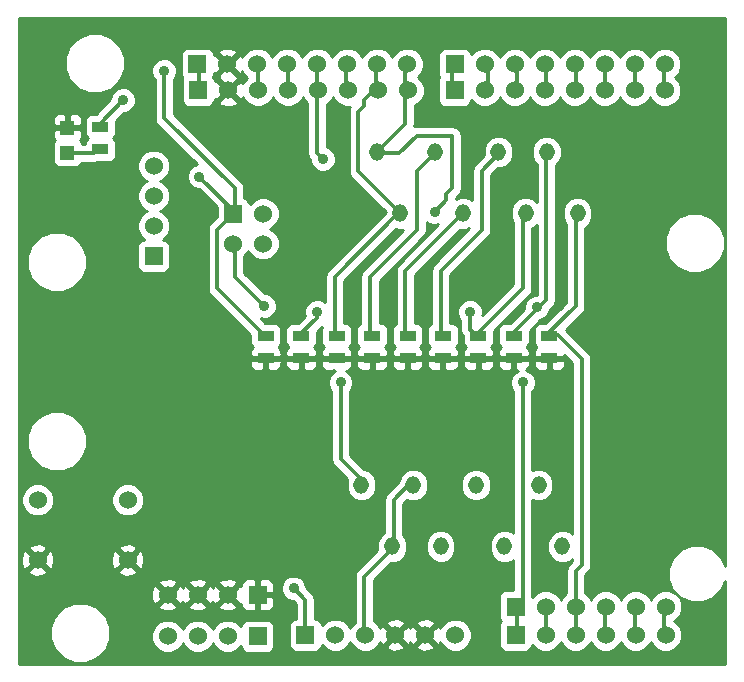
<source format=gtl>
G04 (created by PCBNEW-RS274X (2011-nov-30)-testing) date Wed 20 Jun 2012 12:50:12 PM EDT*
%MOIN*%
G04 Gerber Fmt 3.4, Leading zero omitted, Abs format*
%FSLAX34Y34*%
G01*
G70*
G90*
G04 APERTURE LIST*
%ADD10C,0.006*%
%ADD11R,0.055X0.035*%
%ADD12R,0.0472X0.0472*%
%ADD13R,0.06X0.06*%
%ADD14C,0.06*%
%ADD15O,0.0511X0.059*%
%ADD16O,0.051X0.0589*%
%ADD17C,0.035*%
%ADD18C,0.014*%
%ADD19C,0.01*%
G04 APERTURE END LIST*
G54D10*
G54D11*
X8677Y11462D03*
X8677Y10712D03*
G54D12*
X2063Y18390D03*
X2063Y17564D03*
G54D13*
X7587Y15524D03*
G54D14*
X8587Y15524D03*
X7587Y14524D03*
X8587Y14524D03*
G54D13*
X9996Y1480D03*
G54D14*
X10996Y1480D03*
X11996Y1480D03*
X12996Y1480D03*
X13996Y1480D03*
X14996Y1480D03*
X4075Y5984D03*
X4075Y3984D03*
X1076Y5984D03*
X1076Y3984D03*
G54D13*
X6420Y19640D03*
G54D14*
X7420Y19640D03*
X8420Y19640D03*
X9420Y19640D03*
X10420Y19640D03*
X11420Y19640D03*
X12420Y19640D03*
X13420Y19640D03*
G54D13*
X14980Y20509D03*
G54D14*
X15980Y20509D03*
X16980Y20509D03*
X17980Y20509D03*
X18980Y20509D03*
X19980Y20509D03*
X20980Y20509D03*
X21980Y20509D03*
G54D13*
X14970Y19640D03*
G54D14*
X15970Y19640D03*
X16970Y19640D03*
X17970Y19640D03*
X18970Y19640D03*
X19970Y19640D03*
X20970Y19640D03*
X21970Y19640D03*
G54D13*
X6398Y20508D03*
G54D14*
X7398Y20508D03*
X8398Y20508D03*
X9398Y20508D03*
X10398Y20508D03*
X11398Y20508D03*
X12398Y20508D03*
X13398Y20508D03*
G54D13*
X17004Y1480D03*
G54D14*
X18004Y1480D03*
X19004Y1480D03*
X20004Y1480D03*
X21004Y1480D03*
X22004Y1480D03*
G54D13*
X17004Y2425D03*
G54D14*
X18004Y2425D03*
X19004Y2425D03*
X20004Y2425D03*
X21004Y2425D03*
X22004Y2425D03*
G54D13*
X8406Y1441D03*
G54D14*
X7406Y1441D03*
X6406Y1441D03*
X5406Y1441D03*
G54D15*
X12376Y17583D03*
X13165Y15535D03*
X14305Y17583D03*
X15251Y15535D03*
G54D16*
X16430Y17583D03*
G54D15*
X17338Y15535D03*
X18046Y17583D03*
X19070Y15535D03*
X18560Y4434D03*
X17771Y6482D03*
X16631Y4434D03*
X15685Y6482D03*
G54D16*
X14506Y4434D03*
G54D15*
X13598Y6482D03*
X12890Y4434D03*
X11866Y6482D03*
G54D13*
X4937Y14114D03*
G54D14*
X4937Y15114D03*
X4937Y16114D03*
X4937Y17114D03*
G54D13*
X8406Y2819D03*
G54D14*
X7406Y2819D03*
X6406Y2819D03*
X5406Y2819D03*
G54D11*
X9858Y10712D03*
X9858Y11462D03*
X11039Y10712D03*
X11039Y11462D03*
X12220Y10712D03*
X12220Y11462D03*
X13402Y10711D03*
X13402Y11461D03*
X14583Y10711D03*
X14583Y11461D03*
X15764Y10711D03*
X15764Y11461D03*
X16945Y10711D03*
X16945Y11461D03*
X18127Y10711D03*
X18127Y11461D03*
X3166Y17681D03*
X3166Y18431D03*
G54D17*
X10584Y17348D03*
X3920Y19308D03*
X11172Y9900D03*
X8624Y12448D03*
X5292Y20288D03*
X6468Y16760D03*
X10388Y12252D03*
X14308Y15584D03*
X17248Y9900D03*
X15484Y12252D03*
X17717Y12402D03*
X9604Y3040D03*
G54D18*
X14305Y17583D02*
X14308Y17544D01*
X14308Y17544D02*
X13720Y16956D01*
X13720Y16956D02*
X13720Y14996D01*
X13720Y14996D02*
X12152Y13428D01*
X12152Y13428D02*
X12152Y11468D01*
X12152Y11468D02*
X12220Y11462D01*
X11420Y19640D02*
X11368Y19700D01*
X11368Y19700D02*
X11368Y20484D01*
X11368Y20484D02*
X11398Y20508D01*
X10584Y17348D02*
X10388Y17544D01*
X10388Y17544D02*
X10388Y19700D01*
X10388Y19700D02*
X10420Y19640D01*
X15251Y15535D02*
X15288Y15584D01*
X15288Y15584D02*
X13328Y13624D01*
X13328Y13624D02*
X13328Y11468D01*
X13328Y11468D02*
X13402Y11461D01*
X10420Y19640D02*
X10388Y19700D01*
X10388Y19700D02*
X10388Y20484D01*
X10388Y20484D02*
X10398Y20508D01*
X16430Y17583D02*
X16464Y17544D01*
X16464Y17544D02*
X15876Y16956D01*
X15876Y16956D02*
X15876Y14996D01*
X15876Y14996D02*
X14504Y13624D01*
X14504Y13624D02*
X14504Y11468D01*
X14504Y11468D02*
X14583Y11461D01*
X9420Y19640D02*
X9408Y19700D01*
X9408Y19700D02*
X9408Y20484D01*
X9408Y20484D02*
X9398Y20508D01*
X3920Y19308D02*
X3136Y18524D01*
X3136Y18524D02*
X3166Y18431D01*
X8398Y20508D02*
X8428Y20484D01*
X8428Y20484D02*
X8428Y19700D01*
X8428Y19700D02*
X8420Y19640D01*
X19970Y19640D02*
X19992Y19700D01*
X19992Y19700D02*
X19992Y20484D01*
X19992Y20484D02*
X19980Y20509D01*
X18970Y19640D02*
X19012Y19700D01*
X19012Y19700D02*
X19012Y20484D01*
X19012Y20484D02*
X18980Y20509D01*
X17970Y19640D02*
X18032Y19700D01*
X18032Y19700D02*
X18032Y20484D01*
X18032Y20484D02*
X17980Y20509D01*
X16970Y19640D02*
X17052Y19700D01*
X17052Y19700D02*
X17052Y20484D01*
X17052Y20484D02*
X16980Y20509D01*
X11866Y6482D02*
X11956Y6568D01*
X11956Y6568D02*
X11172Y7352D01*
X11172Y7352D02*
X11172Y9900D01*
X8624Y12448D02*
X7644Y13428D01*
X7644Y13428D02*
X7644Y14604D01*
X7644Y14604D02*
X7587Y14524D01*
X12890Y4434D02*
X12936Y4412D01*
X12936Y4412D02*
X11956Y3432D01*
X11956Y3432D02*
X11956Y1472D01*
X11956Y1472D02*
X11996Y1480D01*
X13598Y6482D02*
X13524Y6568D01*
X13524Y6568D02*
X12936Y5980D01*
X12936Y5980D02*
X12936Y4412D01*
X12936Y4412D02*
X12890Y4434D01*
X15970Y19640D02*
X15876Y19700D01*
X15876Y19700D02*
X16072Y19896D01*
X16072Y19896D02*
X16072Y20484D01*
X16072Y20484D02*
X15980Y20509D01*
X7587Y15524D02*
X7644Y15584D01*
X7644Y15584D02*
X7644Y16368D01*
X7644Y16368D02*
X5292Y18720D01*
X5292Y18720D02*
X5292Y20288D01*
X7587Y15524D02*
X7644Y15584D01*
X7644Y15584D02*
X6468Y16760D01*
X8677Y11462D02*
X8624Y11468D01*
X8624Y11468D02*
X7056Y13036D01*
X7056Y13036D02*
X7056Y14996D01*
X7056Y14996D02*
X7644Y15584D01*
X7644Y15584D02*
X7587Y15524D01*
X14970Y19640D02*
X14896Y19700D01*
X14896Y19700D02*
X14896Y20484D01*
X14896Y20484D02*
X14980Y20509D01*
X9858Y11462D02*
X9800Y11468D01*
X9800Y11468D02*
X10388Y12056D01*
X10388Y12056D02*
X10388Y12252D01*
X14308Y15584D02*
X14700Y15976D01*
X14700Y15976D02*
X14700Y16172D01*
X14700Y16172D02*
X14896Y16368D01*
X14896Y16368D02*
X14896Y18132D01*
X14896Y18132D02*
X13720Y18132D01*
X13720Y18132D02*
X13132Y17544D01*
X13132Y17544D02*
X12348Y17544D01*
X12348Y17544D02*
X12376Y17583D01*
X12376Y17583D02*
X12348Y17544D01*
X12348Y17544D02*
X13328Y18524D01*
X13328Y18524D02*
X13328Y19700D01*
X13328Y19700D02*
X13420Y19640D01*
X13420Y19640D02*
X13328Y19700D01*
X13328Y19700D02*
X13328Y20484D01*
X13328Y20484D02*
X13398Y20508D01*
X13165Y15535D02*
X13132Y15584D01*
X13132Y15584D02*
X10976Y13428D01*
X10976Y13428D02*
X10976Y11468D01*
X10976Y11468D02*
X11039Y11462D01*
X12420Y19640D02*
X12348Y19700D01*
X12348Y19700D02*
X11956Y19308D01*
X11956Y19308D02*
X11956Y19112D01*
X11956Y19112D02*
X11760Y18916D01*
X11760Y18916D02*
X11760Y16956D01*
X11760Y16956D02*
X13132Y15584D01*
X13132Y15584D02*
X13165Y15535D01*
X12420Y19640D02*
X12348Y19700D01*
X12348Y19700D02*
X12348Y20484D01*
X12348Y20484D02*
X12398Y20508D01*
X17004Y2425D02*
X17052Y2452D01*
X17052Y2452D02*
X17248Y2648D01*
X17248Y2648D02*
X17248Y9900D01*
X15484Y12252D02*
X15484Y11664D01*
X15484Y11664D02*
X15680Y11468D01*
X15680Y11468D02*
X15764Y11461D01*
X15764Y11461D02*
X15680Y11468D01*
X15680Y11468D02*
X17248Y13036D01*
X17248Y13036D02*
X17248Y15584D01*
X17248Y15584D02*
X17338Y15535D01*
X17004Y1480D02*
X17052Y1472D01*
X17052Y1472D02*
X17052Y2452D01*
X17052Y2452D02*
X17004Y2425D01*
X17655Y12267D02*
X17655Y12340D01*
X17655Y12340D02*
X17717Y12402D01*
X16945Y11461D02*
X16856Y11468D01*
X16856Y11468D02*
X17655Y12267D01*
X17655Y12267D02*
X18032Y12644D01*
X18032Y12644D02*
X18032Y17544D01*
X18032Y17544D02*
X18046Y17583D01*
X18004Y1480D02*
X18032Y1472D01*
X18032Y2452D02*
X18004Y2425D01*
X18032Y1472D02*
X18032Y2452D01*
X18127Y11461D02*
X18032Y11468D01*
X18032Y11468D02*
X18424Y11468D01*
X18424Y11468D02*
X19208Y10684D01*
X19208Y10684D02*
X19208Y3824D01*
X19208Y3824D02*
X19012Y3628D01*
X19012Y3628D02*
X19012Y2452D01*
X19012Y2452D02*
X19004Y2425D01*
X18127Y11461D02*
X18032Y11468D01*
X18032Y11468D02*
X19012Y12448D01*
X19012Y12448D02*
X19012Y15584D01*
X19012Y15584D02*
X19070Y15535D01*
X19004Y2425D02*
X19012Y2452D01*
X19012Y2452D02*
X19012Y1472D01*
X19012Y1472D02*
X19004Y1480D01*
X20004Y2425D02*
X19992Y2452D01*
X19992Y2452D02*
X19992Y1472D01*
X19992Y1472D02*
X20004Y1480D01*
X21004Y2425D02*
X20972Y2452D01*
X20972Y2452D02*
X20972Y1472D01*
X20972Y1472D02*
X21004Y1480D01*
X22004Y1480D02*
X21952Y1472D01*
X21952Y1472D02*
X21952Y2452D01*
X21952Y2452D02*
X22004Y2425D01*
X6398Y20508D02*
X6468Y20484D01*
X6468Y20484D02*
X6468Y19700D01*
X6468Y19700D02*
X6420Y19640D01*
X9604Y3040D02*
X9996Y2648D01*
X9996Y2648D02*
X9996Y1480D01*
X21970Y19640D02*
X21952Y19700D01*
X21952Y19700D02*
X21952Y20484D01*
X21952Y20484D02*
X21980Y20509D01*
X20970Y19640D02*
X20972Y19700D01*
X20972Y19700D02*
X20972Y20484D01*
X20972Y20484D02*
X20980Y20509D01*
X2063Y17564D02*
X2156Y17544D01*
X2156Y17544D02*
X2940Y17544D01*
X2940Y17544D02*
X3136Y17740D01*
X3136Y17740D02*
X3166Y17681D01*
G54D10*
G36*
X23981Y507D02*
X22553Y507D01*
X22553Y1371D01*
X22553Y1589D01*
X22469Y1791D01*
X22315Y1945D01*
X22296Y1953D01*
X22315Y1960D01*
X22469Y2114D01*
X22553Y2316D01*
X22553Y2534D01*
X22469Y2736D01*
X22315Y2890D01*
X22113Y2974D01*
X21895Y2974D01*
X21693Y2890D01*
X21539Y2736D01*
X21504Y2652D01*
X21469Y2736D01*
X21315Y2890D01*
X21113Y2974D01*
X20895Y2974D01*
X20693Y2890D01*
X20539Y2736D01*
X20504Y2652D01*
X20469Y2736D01*
X20315Y2890D01*
X20113Y2974D01*
X19895Y2974D01*
X19693Y2890D01*
X19539Y2736D01*
X19504Y2652D01*
X19469Y2736D01*
X19332Y2873D01*
X19332Y3496D01*
X19434Y3598D01*
X19503Y3701D01*
X19504Y3702D01*
X19527Y3824D01*
X19528Y3824D01*
X19528Y10684D01*
X19527Y10685D01*
X19504Y10806D01*
X19503Y10808D01*
X19434Y10910D01*
X19434Y10911D01*
X18680Y11664D01*
X19238Y12221D01*
X19238Y12222D01*
X19307Y12324D01*
X19307Y12325D01*
X19308Y12326D01*
X19331Y12447D01*
X19332Y12448D01*
X19332Y15058D01*
X19350Y15065D01*
X19489Y15204D01*
X19565Y15386D01*
X19565Y15583D01*
X19565Y15683D01*
X19490Y15865D01*
X19351Y16004D01*
X19169Y16080D01*
X18972Y16080D01*
X18790Y16005D01*
X18651Y15866D01*
X18575Y15684D01*
X18575Y15487D01*
X18575Y15387D01*
X18650Y15205D01*
X18692Y15163D01*
X18692Y12581D01*
X18541Y12430D01*
X18541Y17434D01*
X18541Y17631D01*
X18541Y17731D01*
X18466Y17913D01*
X18327Y18052D01*
X18145Y18128D01*
X17948Y18128D01*
X17766Y18053D01*
X17627Y17914D01*
X17551Y17732D01*
X17551Y17535D01*
X17551Y17435D01*
X17626Y17253D01*
X17712Y17167D01*
X17712Y15911D01*
X17619Y16004D01*
X17437Y16080D01*
X17240Y16080D01*
X17058Y16005D01*
X16925Y15872D01*
X16925Y17435D01*
X16925Y17632D01*
X16925Y17730D01*
X16850Y17912D01*
X16711Y18051D01*
X16529Y18127D01*
X16332Y18127D01*
X16150Y18052D01*
X16011Y17913D01*
X15935Y17731D01*
X15935Y17534D01*
X15935Y17468D01*
X15650Y17182D01*
X15580Y17079D01*
X15556Y16956D01*
X15556Y15980D01*
X15532Y16004D01*
X15350Y16080D01*
X15153Y16080D01*
X15020Y16026D01*
X15020Y16040D01*
X15122Y16142D01*
X15191Y16245D01*
X15192Y16246D01*
X15215Y16368D01*
X15216Y16368D01*
X15216Y18132D01*
X15192Y18254D01*
X15122Y18358D01*
X15018Y18428D01*
X14896Y18452D01*
X13720Y18452D01*
X13630Y18435D01*
X13647Y18523D01*
X13648Y18524D01*
X13648Y19141D01*
X13731Y19175D01*
X13885Y19329D01*
X13969Y19531D01*
X13969Y19749D01*
X13885Y19951D01*
X13751Y20085D01*
X13863Y20197D01*
X13947Y20399D01*
X13947Y20617D01*
X13863Y20819D01*
X13709Y20973D01*
X13507Y21057D01*
X13289Y21057D01*
X13087Y20973D01*
X12933Y20819D01*
X12898Y20735D01*
X12863Y20819D01*
X12709Y20973D01*
X12507Y21057D01*
X12289Y21057D01*
X12087Y20973D01*
X11933Y20819D01*
X11898Y20735D01*
X11863Y20819D01*
X11709Y20973D01*
X11507Y21057D01*
X11289Y21057D01*
X11087Y20973D01*
X10933Y20819D01*
X10898Y20735D01*
X10863Y20819D01*
X10709Y20973D01*
X10507Y21057D01*
X10289Y21057D01*
X10087Y20973D01*
X9933Y20819D01*
X9898Y20735D01*
X9863Y20819D01*
X9709Y20973D01*
X9507Y21057D01*
X9289Y21057D01*
X9087Y20973D01*
X8933Y20819D01*
X8898Y20735D01*
X8863Y20819D01*
X8709Y20973D01*
X8507Y21057D01*
X8289Y21057D01*
X8087Y20973D01*
X7933Y20819D01*
X7900Y20741D01*
X7878Y20794D01*
X7783Y20823D01*
X7713Y20753D01*
X7713Y20893D01*
X7684Y20988D01*
X7479Y21061D01*
X7261Y21050D01*
X7112Y20988D01*
X7083Y20893D01*
X7398Y20579D01*
X7713Y20893D01*
X7713Y20753D01*
X7469Y20508D01*
X7783Y20193D01*
X7878Y20222D01*
X7898Y20280D01*
X7933Y20197D01*
X8067Y20063D01*
X7955Y19951D01*
X7922Y19873D01*
X7900Y19926D01*
X7805Y19955D01*
X7735Y19885D01*
X7735Y20025D01*
X7709Y20111D01*
X7713Y20123D01*
X7398Y20437D01*
X7083Y20123D01*
X7108Y20038D01*
X7105Y20025D01*
X7420Y19711D01*
X7735Y20025D01*
X7735Y19885D01*
X7491Y19640D01*
X7805Y19325D01*
X7900Y19354D01*
X7920Y19412D01*
X7955Y19329D01*
X8109Y19175D01*
X8311Y19091D01*
X8529Y19091D01*
X8731Y19175D01*
X8885Y19329D01*
X8920Y19414D01*
X8955Y19329D01*
X9109Y19175D01*
X9311Y19091D01*
X9529Y19091D01*
X9731Y19175D01*
X9885Y19329D01*
X9920Y19414D01*
X9955Y19329D01*
X10068Y19216D01*
X10068Y17544D01*
X10092Y17421D01*
X10159Y17323D01*
X10159Y17264D01*
X10223Y17108D01*
X10343Y16988D01*
X10499Y16923D01*
X10668Y16923D01*
X10824Y16987D01*
X10944Y17107D01*
X11009Y17263D01*
X11009Y17432D01*
X10945Y17588D01*
X10825Y17708D01*
X10708Y17757D01*
X10708Y19166D01*
X10731Y19175D01*
X10885Y19329D01*
X10920Y19414D01*
X10955Y19329D01*
X11109Y19175D01*
X11311Y19091D01*
X11499Y19091D01*
X11464Y19039D01*
X11440Y18916D01*
X11440Y16956D01*
X11464Y16833D01*
X11534Y16730D01*
X12670Y15594D01*
X12670Y15574D01*
X10750Y13654D01*
X10680Y13551D01*
X10656Y13428D01*
X10656Y12585D01*
X10629Y12612D01*
X10473Y12677D01*
X10304Y12677D01*
X10148Y12613D01*
X10028Y12493D01*
X9963Y12337D01*
X9963Y12168D01*
X9987Y12109D01*
X9765Y11886D01*
X9534Y11886D01*
X9442Y11848D01*
X9372Y11778D01*
X9334Y11687D01*
X9334Y11588D01*
X9334Y11238D01*
X9372Y11146D01*
X9431Y11087D01*
X9372Y11028D01*
X9334Y10936D01*
X9333Y10824D01*
X9395Y10762D01*
X9758Y10762D01*
X9808Y10762D01*
X9908Y10762D01*
X9958Y10762D01*
X10321Y10762D01*
X10383Y10824D01*
X10382Y10936D01*
X10344Y11028D01*
X10285Y11087D01*
X10344Y11146D01*
X10382Y11237D01*
X10382Y11336D01*
X10382Y11598D01*
X10545Y11762D01*
X10515Y11687D01*
X10515Y11588D01*
X10515Y11238D01*
X10553Y11146D01*
X10612Y11087D01*
X10553Y11028D01*
X10515Y10936D01*
X10514Y10824D01*
X10576Y10762D01*
X10939Y10762D01*
X10989Y10762D01*
X11089Y10762D01*
X11139Y10762D01*
X11502Y10762D01*
X11564Y10824D01*
X11563Y10936D01*
X11525Y11028D01*
X11466Y11087D01*
X11525Y11146D01*
X11563Y11237D01*
X11563Y11336D01*
X11563Y11686D01*
X11525Y11778D01*
X11455Y11848D01*
X11364Y11886D01*
X11296Y11886D01*
X11296Y13296D01*
X13012Y15013D01*
X13066Y14990D01*
X13261Y14990D01*
X11926Y13654D01*
X11856Y13551D01*
X11832Y13428D01*
X11832Y11860D01*
X11804Y11848D01*
X11734Y11778D01*
X11696Y11687D01*
X11696Y11588D01*
X11696Y11238D01*
X11734Y11146D01*
X11793Y11087D01*
X11734Y11028D01*
X11696Y10936D01*
X11695Y10824D01*
X11757Y10762D01*
X12120Y10762D01*
X12170Y10762D01*
X12270Y10762D01*
X12320Y10762D01*
X12683Y10762D01*
X12745Y10824D01*
X12744Y10936D01*
X12706Y11028D01*
X12647Y11087D01*
X12706Y11146D01*
X12744Y11237D01*
X12744Y11336D01*
X12744Y11686D01*
X12706Y11778D01*
X12636Y11848D01*
X12545Y11886D01*
X12472Y11886D01*
X12472Y13296D01*
X13946Y14769D01*
X13946Y14770D01*
X13992Y14839D01*
X14015Y14873D01*
X14016Y14874D01*
X14039Y14996D01*
X14040Y14996D01*
X14040Y15251D01*
X14067Y15224D01*
X14223Y15159D01*
X14392Y15159D01*
X14423Y15172D01*
X13102Y13850D01*
X13032Y13747D01*
X13008Y13624D01*
X13008Y11857D01*
X12986Y11847D01*
X12916Y11777D01*
X12878Y11686D01*
X12878Y11587D01*
X12878Y11237D01*
X12916Y11145D01*
X12975Y11086D01*
X12916Y11027D01*
X12878Y10935D01*
X12877Y10823D01*
X12939Y10761D01*
X13302Y10761D01*
X13352Y10761D01*
X13452Y10761D01*
X13502Y10761D01*
X13865Y10761D01*
X13927Y10823D01*
X13926Y10935D01*
X13888Y11027D01*
X13829Y11086D01*
X13888Y11145D01*
X13926Y11236D01*
X13926Y11335D01*
X13926Y11685D01*
X13888Y11777D01*
X13818Y11847D01*
X13727Y11885D01*
X13648Y11885D01*
X13648Y13492D01*
X15148Y14992D01*
X15152Y14990D01*
X15349Y14990D01*
X15466Y15039D01*
X14278Y13850D01*
X14208Y13747D01*
X14184Y13624D01*
X14184Y11855D01*
X14167Y11847D01*
X14097Y11777D01*
X14059Y11686D01*
X14059Y11587D01*
X14059Y11237D01*
X14097Y11145D01*
X14156Y11086D01*
X14097Y11027D01*
X14059Y10935D01*
X14058Y10823D01*
X14120Y10761D01*
X14483Y10761D01*
X14533Y10761D01*
X14633Y10761D01*
X14683Y10761D01*
X15046Y10761D01*
X15108Y10823D01*
X15107Y10935D01*
X15069Y11027D01*
X15010Y11086D01*
X15069Y11145D01*
X15107Y11236D01*
X15107Y11335D01*
X15107Y11685D01*
X15069Y11777D01*
X14999Y11847D01*
X14908Y11885D01*
X14824Y11885D01*
X14824Y13492D01*
X16102Y14770D01*
X16171Y14873D01*
X16172Y14874D01*
X16195Y14996D01*
X16196Y14996D01*
X16196Y16824D01*
X16411Y17039D01*
X16528Y17039D01*
X16710Y17114D01*
X16849Y17253D01*
X16925Y17435D01*
X16925Y15872D01*
X16919Y15866D01*
X16843Y15684D01*
X16843Y15487D01*
X16843Y15387D01*
X16918Y15205D01*
X16928Y15195D01*
X16928Y13169D01*
X15896Y12137D01*
X15909Y12167D01*
X15909Y12336D01*
X15845Y12492D01*
X15725Y12612D01*
X15569Y12677D01*
X15400Y12677D01*
X15244Y12613D01*
X15124Y12493D01*
X15059Y12337D01*
X15059Y12168D01*
X15123Y12012D01*
X15164Y11971D01*
X15164Y11664D01*
X15188Y11541D01*
X15240Y11465D01*
X15240Y11237D01*
X15278Y11145D01*
X15337Y11086D01*
X15278Y11027D01*
X15240Y10935D01*
X15239Y10823D01*
X15301Y10761D01*
X15664Y10761D01*
X15714Y10761D01*
X15814Y10761D01*
X15864Y10761D01*
X16227Y10761D01*
X16289Y10823D01*
X16288Y10935D01*
X16250Y11027D01*
X16191Y11086D01*
X16250Y11145D01*
X16288Y11236D01*
X16288Y11335D01*
X16288Y11624D01*
X17474Y12809D01*
X17474Y12810D01*
X17520Y12879D01*
X17543Y12913D01*
X17544Y12914D01*
X17567Y13036D01*
X17568Y13036D01*
X17568Y15045D01*
X17618Y15065D01*
X17712Y15159D01*
X17712Y12827D01*
X17633Y12827D01*
X17477Y12763D01*
X17357Y12643D01*
X17292Y12487D01*
X17292Y12357D01*
X16820Y11885D01*
X16621Y11885D01*
X16529Y11847D01*
X16459Y11777D01*
X16421Y11686D01*
X16421Y11587D01*
X16421Y11237D01*
X16459Y11145D01*
X16518Y11086D01*
X16459Y11027D01*
X16421Y10935D01*
X16420Y10823D01*
X16482Y10761D01*
X16845Y10761D01*
X16895Y10761D01*
X16995Y10761D01*
X17045Y10761D01*
X17408Y10761D01*
X17470Y10823D01*
X17469Y10935D01*
X17431Y11027D01*
X17372Y11086D01*
X17431Y11145D01*
X17469Y11236D01*
X17469Y11335D01*
X17469Y11629D01*
X17829Y11989D01*
X17957Y12041D01*
X18077Y12161D01*
X18131Y12292D01*
X18258Y12418D01*
X18327Y12521D01*
X18328Y12522D01*
X18352Y12644D01*
X18352Y17139D01*
X18465Y17252D01*
X18541Y17434D01*
X18541Y12430D01*
X17996Y11885D01*
X17803Y11885D01*
X17711Y11847D01*
X17641Y11777D01*
X17603Y11686D01*
X17603Y11587D01*
X17603Y11237D01*
X17641Y11145D01*
X17700Y11086D01*
X17641Y11027D01*
X17603Y10935D01*
X17602Y10823D01*
X17664Y10761D01*
X18027Y10761D01*
X18077Y10761D01*
X18177Y10761D01*
X18227Y10761D01*
X18590Y10761D01*
X18634Y10806D01*
X18888Y10552D01*
X18888Y4856D01*
X18841Y4903D01*
X18659Y4979D01*
X18652Y4979D01*
X18652Y10599D01*
X18590Y10661D01*
X18177Y10661D01*
X18177Y10348D01*
X18239Y10286D01*
X18353Y10287D01*
X18452Y10287D01*
X18543Y10325D01*
X18613Y10395D01*
X18651Y10487D01*
X18652Y10599D01*
X18652Y4979D01*
X18462Y4979D01*
X18280Y4904D01*
X18141Y4765D01*
X18065Y4583D01*
X18065Y4386D01*
X18065Y4286D01*
X18140Y4104D01*
X18279Y3965D01*
X18461Y3889D01*
X18658Y3889D01*
X18840Y3964D01*
X18888Y4012D01*
X18888Y3956D01*
X18786Y3854D01*
X18716Y3751D01*
X18692Y3628D01*
X18692Y2889D01*
X18539Y2736D01*
X18504Y2652D01*
X18469Y2736D01*
X18315Y2890D01*
X18113Y2974D01*
X17895Y2974D01*
X17693Y2890D01*
X17568Y2765D01*
X17568Y5981D01*
X17672Y5937D01*
X17869Y5937D01*
X18051Y6012D01*
X18190Y6151D01*
X18266Y6333D01*
X18266Y6530D01*
X18266Y6630D01*
X18191Y6812D01*
X18077Y6926D01*
X18077Y10348D01*
X18077Y10661D01*
X17664Y10661D01*
X17602Y10599D01*
X17603Y10487D01*
X17641Y10395D01*
X17711Y10325D01*
X17802Y10287D01*
X17901Y10287D01*
X18015Y10286D01*
X18077Y10348D01*
X18077Y6926D01*
X18052Y6951D01*
X17870Y7027D01*
X17673Y7027D01*
X17568Y6984D01*
X17568Y9619D01*
X17608Y9659D01*
X17673Y9815D01*
X17673Y9984D01*
X17609Y10140D01*
X17489Y10260D01*
X17347Y10320D01*
X17361Y10325D01*
X17431Y10395D01*
X17469Y10487D01*
X17470Y10599D01*
X17408Y10661D01*
X16995Y10661D01*
X16995Y10348D01*
X17057Y10286D01*
X17069Y10287D01*
X17008Y10261D01*
X16895Y10148D01*
X16895Y10348D01*
X16895Y10661D01*
X16482Y10661D01*
X16420Y10599D01*
X16421Y10487D01*
X16459Y10395D01*
X16529Y10325D01*
X16620Y10287D01*
X16719Y10287D01*
X16833Y10286D01*
X16895Y10348D01*
X16895Y10148D01*
X16888Y10141D01*
X16823Y9985D01*
X16823Y9816D01*
X16887Y9660D01*
X16928Y9619D01*
X16928Y4887D01*
X16912Y4903D01*
X16730Y4979D01*
X16533Y4979D01*
X16351Y4904D01*
X16289Y4842D01*
X16289Y10599D01*
X16227Y10661D01*
X15814Y10661D01*
X15814Y10348D01*
X15876Y10286D01*
X15990Y10287D01*
X16089Y10287D01*
X16180Y10325D01*
X16250Y10395D01*
X16288Y10487D01*
X16289Y10599D01*
X16289Y4842D01*
X16212Y4765D01*
X16180Y4689D01*
X16180Y6333D01*
X16180Y6530D01*
X16180Y6630D01*
X16105Y6812D01*
X15966Y6951D01*
X15784Y7027D01*
X15714Y7027D01*
X15714Y10348D01*
X15714Y10661D01*
X15301Y10661D01*
X15239Y10599D01*
X15240Y10487D01*
X15278Y10395D01*
X15348Y10325D01*
X15439Y10287D01*
X15538Y10287D01*
X15652Y10286D01*
X15714Y10348D01*
X15714Y7027D01*
X15587Y7027D01*
X15405Y6952D01*
X15266Y6813D01*
X15190Y6631D01*
X15190Y6434D01*
X15190Y6334D01*
X15265Y6152D01*
X15404Y6013D01*
X15586Y5937D01*
X15783Y5937D01*
X15965Y6012D01*
X16104Y6151D01*
X16180Y6333D01*
X16180Y4689D01*
X16136Y4583D01*
X16136Y4386D01*
X16136Y4286D01*
X16211Y4104D01*
X16350Y3965D01*
X16532Y3889D01*
X16729Y3889D01*
X16911Y3964D01*
X16928Y3981D01*
X16928Y2974D01*
X16655Y2974D01*
X16563Y2936D01*
X16493Y2866D01*
X16455Y2775D01*
X16455Y2676D01*
X16455Y2076D01*
X16493Y1984D01*
X16524Y1953D01*
X16493Y1921D01*
X16455Y1830D01*
X16455Y1731D01*
X16455Y1131D01*
X16493Y1039D01*
X16563Y969D01*
X16654Y931D01*
X16753Y931D01*
X17353Y931D01*
X17445Y969D01*
X17515Y1039D01*
X17553Y1130D01*
X17553Y1155D01*
X17693Y1015D01*
X17895Y931D01*
X18113Y931D01*
X18315Y1015D01*
X18469Y1169D01*
X18504Y1254D01*
X18539Y1169D01*
X18693Y1015D01*
X18895Y931D01*
X19113Y931D01*
X19315Y1015D01*
X19469Y1169D01*
X19504Y1254D01*
X19539Y1169D01*
X19693Y1015D01*
X19895Y931D01*
X20113Y931D01*
X20315Y1015D01*
X20469Y1169D01*
X20504Y1254D01*
X20539Y1169D01*
X20693Y1015D01*
X20895Y931D01*
X21113Y931D01*
X21315Y1015D01*
X21469Y1169D01*
X21504Y1254D01*
X21539Y1169D01*
X21693Y1015D01*
X21895Y931D01*
X22113Y931D01*
X22315Y1015D01*
X22469Y1169D01*
X22553Y1371D01*
X22553Y507D01*
X15545Y507D01*
X15545Y1371D01*
X15545Y1589D01*
X15461Y1791D01*
X15307Y1945D01*
X15108Y2028D01*
X15108Y10599D01*
X15046Y10661D01*
X14633Y10661D01*
X14633Y10348D01*
X14695Y10286D01*
X14809Y10287D01*
X14908Y10287D01*
X14999Y10325D01*
X15069Y10395D01*
X15107Y10487D01*
X15108Y10599D01*
X15108Y2028D01*
X15105Y2029D01*
X15001Y2029D01*
X15001Y4286D01*
X15001Y4483D01*
X15001Y4581D01*
X14926Y4763D01*
X14787Y4902D01*
X14605Y4978D01*
X14533Y4978D01*
X14533Y10348D01*
X14533Y10661D01*
X14120Y10661D01*
X14058Y10599D01*
X14059Y10487D01*
X14097Y10395D01*
X14167Y10325D01*
X14258Y10287D01*
X14357Y10287D01*
X14471Y10286D01*
X14533Y10348D01*
X14533Y4978D01*
X14408Y4978D01*
X14226Y4903D01*
X14093Y4770D01*
X14093Y6333D01*
X14093Y6530D01*
X14093Y6630D01*
X14018Y6812D01*
X13927Y6903D01*
X13927Y10599D01*
X13865Y10661D01*
X13452Y10661D01*
X13452Y10348D01*
X13514Y10286D01*
X13628Y10287D01*
X13727Y10287D01*
X13818Y10325D01*
X13888Y10395D01*
X13926Y10487D01*
X13927Y10599D01*
X13927Y6903D01*
X13879Y6951D01*
X13697Y7027D01*
X13500Y7027D01*
X13352Y6967D01*
X13352Y10348D01*
X13352Y10661D01*
X12939Y10661D01*
X12877Y10599D01*
X12878Y10487D01*
X12916Y10395D01*
X12986Y10325D01*
X13077Y10287D01*
X13176Y10287D01*
X13290Y10286D01*
X13352Y10348D01*
X13352Y6967D01*
X13318Y6952D01*
X13179Y6813D01*
X13103Y6631D01*
X13103Y6600D01*
X12745Y6242D01*
X12745Y10600D01*
X12683Y10662D01*
X12270Y10662D01*
X12270Y10349D01*
X12332Y10287D01*
X12446Y10288D01*
X12545Y10288D01*
X12636Y10326D01*
X12706Y10396D01*
X12744Y10488D01*
X12745Y10600D01*
X12745Y6242D01*
X12710Y6206D01*
X12640Y6103D01*
X12616Y5980D01*
X12616Y4907D01*
X12610Y4904D01*
X12471Y4765D01*
X12395Y4583D01*
X12395Y4386D01*
X12395Y4324D01*
X12361Y4290D01*
X12361Y6333D01*
X12361Y6530D01*
X12361Y6630D01*
X12286Y6812D01*
X12170Y6928D01*
X12170Y10349D01*
X12170Y10662D01*
X11757Y10662D01*
X11695Y10600D01*
X11696Y10488D01*
X11734Y10396D01*
X11804Y10326D01*
X11895Y10288D01*
X11994Y10288D01*
X12108Y10287D01*
X12170Y10349D01*
X12170Y6928D01*
X12147Y6951D01*
X11965Y7027D01*
X11949Y7027D01*
X11492Y7485D01*
X11492Y9619D01*
X11532Y9659D01*
X11597Y9815D01*
X11597Y9984D01*
X11533Y10140D01*
X11413Y10260D01*
X11345Y10288D01*
X11364Y10288D01*
X11455Y10326D01*
X11525Y10396D01*
X11563Y10488D01*
X11564Y10600D01*
X11502Y10662D01*
X11139Y10662D01*
X11089Y10662D01*
X10989Y10662D01*
X10939Y10662D01*
X10576Y10662D01*
X10514Y10600D01*
X10515Y10488D01*
X10553Y10396D01*
X10623Y10326D01*
X10714Y10288D01*
X10813Y10288D01*
X10927Y10287D01*
X10939Y10299D01*
X10939Y10287D01*
X10989Y10287D01*
X10993Y10287D01*
X10989Y10285D01*
X10932Y10261D01*
X10812Y10141D01*
X10747Y9985D01*
X10747Y9816D01*
X10811Y9660D01*
X10852Y9619D01*
X10852Y7352D01*
X10876Y7229D01*
X10946Y7126D01*
X11391Y6680D01*
X11371Y6631D01*
X11371Y6434D01*
X11371Y6334D01*
X11446Y6152D01*
X11585Y6013D01*
X11767Y5937D01*
X11964Y5937D01*
X12146Y6012D01*
X12285Y6151D01*
X12361Y6333D01*
X12361Y4290D01*
X11730Y3658D01*
X11660Y3555D01*
X11636Y3432D01*
X11636Y1896D01*
X11531Y1791D01*
X11496Y1707D01*
X11461Y1791D01*
X11307Y1945D01*
X11105Y2029D01*
X10887Y2029D01*
X10685Y1945D01*
X10545Y1805D01*
X10545Y1829D01*
X10507Y1921D01*
X10437Y1991D01*
X10383Y2014D01*
X10383Y10600D01*
X10321Y10662D01*
X9908Y10662D01*
X9908Y10349D01*
X9970Y10287D01*
X10084Y10288D01*
X10183Y10288D01*
X10274Y10326D01*
X10344Y10396D01*
X10382Y10488D01*
X10383Y10600D01*
X10383Y2014D01*
X10346Y2029D01*
X10316Y2029D01*
X10316Y2648D01*
X10292Y2770D01*
X10291Y2771D01*
X10268Y2805D01*
X10222Y2874D01*
X10222Y2875D01*
X10029Y3068D01*
X10029Y3124D01*
X9965Y3280D01*
X9845Y3400D01*
X9808Y3416D01*
X9808Y10349D01*
X9808Y10662D01*
X9395Y10662D01*
X9333Y10600D01*
X9334Y10488D01*
X9372Y10396D01*
X9442Y10326D01*
X9533Y10288D01*
X9632Y10288D01*
X9746Y10287D01*
X9808Y10349D01*
X9808Y3416D01*
X9689Y3465D01*
X9520Y3465D01*
X9364Y3401D01*
X9244Y3281D01*
X9202Y3181D01*
X9202Y10600D01*
X9202Y10824D01*
X9201Y10936D01*
X9163Y11028D01*
X9104Y11087D01*
X9163Y11146D01*
X9201Y11237D01*
X9201Y11336D01*
X9201Y11686D01*
X9163Y11778D01*
X9093Y11848D01*
X9002Y11886D01*
X8903Y11886D01*
X8658Y11886D01*
X8509Y12036D01*
X8539Y12023D01*
X8708Y12023D01*
X8864Y12087D01*
X8984Y12207D01*
X9049Y12363D01*
X9049Y12532D01*
X8985Y12688D01*
X8865Y12808D01*
X8709Y12873D01*
X8651Y12873D01*
X7964Y13561D01*
X7964Y14125D01*
X8052Y14213D01*
X8087Y14298D01*
X8122Y14213D01*
X8276Y14059D01*
X8478Y13975D01*
X8696Y13975D01*
X8898Y14059D01*
X9052Y14213D01*
X9136Y14415D01*
X9136Y14633D01*
X9052Y14835D01*
X8898Y14989D01*
X8813Y15024D01*
X8898Y15059D01*
X9052Y15213D01*
X9136Y15415D01*
X9136Y15633D01*
X9052Y15835D01*
X8898Y15989D01*
X8696Y16073D01*
X8478Y16073D01*
X8276Y15989D01*
X8136Y15849D01*
X8136Y15873D01*
X8098Y15965D01*
X8028Y16035D01*
X7964Y16062D01*
X7964Y16368D01*
X7940Y16490D01*
X7939Y16491D01*
X7870Y16594D01*
X7735Y16729D01*
X7735Y19255D01*
X7420Y19569D01*
X7349Y19499D01*
X7349Y19640D01*
X7035Y19955D01*
X6969Y19935D01*
X6969Y19989D01*
X6931Y20081D01*
X6919Y20093D01*
X6947Y20158D01*
X6947Y20214D01*
X7013Y20193D01*
X7327Y20508D01*
X7013Y20823D01*
X6947Y20803D01*
X6947Y20857D01*
X6909Y20949D01*
X6839Y21019D01*
X6748Y21057D01*
X6649Y21057D01*
X6049Y21057D01*
X5957Y21019D01*
X5887Y20949D01*
X5849Y20858D01*
X5849Y20759D01*
X5849Y20159D01*
X5887Y20067D01*
X5898Y20056D01*
X5871Y19990D01*
X5871Y19891D01*
X5871Y19291D01*
X5909Y19199D01*
X5979Y19129D01*
X6070Y19091D01*
X6169Y19091D01*
X6769Y19091D01*
X6861Y19129D01*
X6931Y19199D01*
X6969Y19290D01*
X6969Y19346D01*
X7035Y19325D01*
X7349Y19640D01*
X7349Y19499D01*
X7105Y19255D01*
X7134Y19160D01*
X7339Y19087D01*
X7557Y19098D01*
X7706Y19160D01*
X7735Y19255D01*
X7735Y16729D01*
X5612Y18852D01*
X5612Y20007D01*
X5652Y20047D01*
X5717Y20203D01*
X5717Y20372D01*
X5653Y20528D01*
X5533Y20648D01*
X5377Y20713D01*
X5208Y20713D01*
X5052Y20649D01*
X4932Y20529D01*
X4867Y20373D01*
X4867Y20204D01*
X4931Y20048D01*
X4972Y20007D01*
X4972Y18720D01*
X4996Y18597D01*
X5066Y18494D01*
X6377Y17183D01*
X6228Y17121D01*
X6108Y17001D01*
X6043Y16845D01*
X6043Y16676D01*
X6107Y16520D01*
X6227Y16400D01*
X6383Y16335D01*
X6441Y16335D01*
X7038Y15738D01*
X7038Y15431D01*
X6830Y15222D01*
X6760Y15119D01*
X6736Y14996D01*
X6736Y13036D01*
X6760Y12913D01*
X6830Y12810D01*
X8153Y11487D01*
X8153Y11238D01*
X8191Y11146D01*
X8250Y11087D01*
X8191Y11028D01*
X8153Y10936D01*
X8152Y10824D01*
X8214Y10762D01*
X8577Y10762D01*
X8627Y10762D01*
X8727Y10762D01*
X8777Y10762D01*
X9140Y10762D01*
X9202Y10824D01*
X9202Y10600D01*
X9140Y10662D01*
X8727Y10662D01*
X8727Y10349D01*
X8789Y10287D01*
X8903Y10288D01*
X9002Y10288D01*
X9093Y10326D01*
X9163Y10396D01*
X9201Y10488D01*
X9202Y10600D01*
X9202Y3181D01*
X9179Y3125D01*
X9179Y2956D01*
X9243Y2800D01*
X9363Y2680D01*
X9519Y2615D01*
X9576Y2615D01*
X9676Y2516D01*
X9676Y2029D01*
X9647Y2029D01*
X9555Y1991D01*
X9485Y1921D01*
X9447Y1830D01*
X9447Y1731D01*
X9447Y1131D01*
X9485Y1039D01*
X9555Y969D01*
X9646Y931D01*
X9745Y931D01*
X10345Y931D01*
X10437Y969D01*
X10507Y1039D01*
X10545Y1130D01*
X10545Y1155D01*
X10685Y1015D01*
X10887Y931D01*
X11105Y931D01*
X11307Y1015D01*
X11461Y1169D01*
X11496Y1254D01*
X11531Y1169D01*
X11685Y1015D01*
X11887Y931D01*
X12105Y931D01*
X12307Y1015D01*
X12461Y1169D01*
X12493Y1248D01*
X12516Y1194D01*
X12611Y1165D01*
X12925Y1480D01*
X12611Y1795D01*
X12516Y1766D01*
X12495Y1709D01*
X12461Y1791D01*
X12307Y1945D01*
X12276Y1958D01*
X12276Y3300D01*
X12865Y3889D01*
X12988Y3889D01*
X13170Y3964D01*
X13309Y4103D01*
X13385Y4285D01*
X13385Y4482D01*
X13385Y4582D01*
X13310Y4764D01*
X13256Y4818D01*
X13256Y5848D01*
X13390Y5983D01*
X13499Y5937D01*
X13696Y5937D01*
X13878Y6012D01*
X14017Y6151D01*
X14093Y6333D01*
X14093Y4770D01*
X14087Y4764D01*
X14011Y4582D01*
X14011Y4385D01*
X14011Y4287D01*
X14086Y4105D01*
X14225Y3966D01*
X14407Y3890D01*
X14604Y3890D01*
X14786Y3965D01*
X14925Y4104D01*
X15001Y4286D01*
X15001Y2029D01*
X14887Y2029D01*
X14685Y1945D01*
X14531Y1791D01*
X14498Y1713D01*
X14476Y1766D01*
X14381Y1795D01*
X14311Y1725D01*
X14311Y1865D01*
X14282Y1960D01*
X14077Y2033D01*
X13859Y2022D01*
X13710Y1960D01*
X13681Y1865D01*
X13996Y1551D01*
X14311Y1865D01*
X14311Y1725D01*
X14067Y1480D01*
X14381Y1165D01*
X14476Y1194D01*
X14496Y1252D01*
X14531Y1169D01*
X14685Y1015D01*
X14887Y931D01*
X15105Y931D01*
X15307Y1015D01*
X15461Y1169D01*
X15545Y1371D01*
X15545Y507D01*
X14311Y507D01*
X14311Y1095D01*
X13996Y1409D01*
X13925Y1339D01*
X13925Y1480D01*
X13611Y1795D01*
X13516Y1766D01*
X13497Y1715D01*
X13476Y1766D01*
X13381Y1795D01*
X13311Y1725D01*
X13311Y1865D01*
X13282Y1960D01*
X13077Y2033D01*
X12859Y2022D01*
X12710Y1960D01*
X12681Y1865D01*
X12996Y1551D01*
X13311Y1865D01*
X13311Y1725D01*
X13067Y1480D01*
X13381Y1165D01*
X13476Y1194D01*
X13494Y1246D01*
X13516Y1194D01*
X13611Y1165D01*
X13925Y1480D01*
X13925Y1339D01*
X13681Y1095D01*
X13710Y1000D01*
X13915Y927D01*
X14133Y938D01*
X14282Y1000D01*
X14311Y1095D01*
X14311Y507D01*
X13311Y507D01*
X13311Y1095D01*
X12996Y1409D01*
X12681Y1095D01*
X12710Y1000D01*
X12915Y927D01*
X13133Y938D01*
X13282Y1000D01*
X13311Y1095D01*
X13311Y507D01*
X8956Y507D01*
X8956Y2707D01*
X8956Y2931D01*
X8955Y3070D01*
X8955Y3169D01*
X8917Y3260D01*
X8847Y3330D01*
X8755Y3368D01*
X8627Y3369D01*
X8627Y10349D01*
X8627Y10662D01*
X8214Y10662D01*
X8152Y10600D01*
X8153Y10488D01*
X8191Y10396D01*
X8261Y10326D01*
X8352Y10288D01*
X8451Y10288D01*
X8565Y10287D01*
X8627Y10349D01*
X8627Y3369D01*
X8518Y3369D01*
X8456Y3307D01*
X8456Y2869D01*
X8894Y2869D01*
X8956Y2931D01*
X8956Y2707D01*
X8894Y2769D01*
X8456Y2769D01*
X8456Y2331D01*
X8518Y2269D01*
X8755Y2270D01*
X8847Y2308D01*
X8917Y2378D01*
X8955Y2469D01*
X8955Y2568D01*
X8956Y2707D01*
X8956Y507D01*
X8955Y507D01*
X8955Y1091D01*
X8955Y1190D01*
X8955Y1790D01*
X8917Y1882D01*
X8847Y1952D01*
X8756Y1990D01*
X8657Y1990D01*
X8356Y1990D01*
X8356Y2331D01*
X8356Y2719D01*
X8356Y2769D01*
X8356Y2869D01*
X8356Y2919D01*
X8356Y3307D01*
X8294Y3369D01*
X8057Y3368D01*
X7965Y3330D01*
X7895Y3260D01*
X7857Y3169D01*
X7857Y3114D01*
X7791Y3134D01*
X7721Y3064D01*
X7721Y3204D01*
X7692Y3299D01*
X7487Y3372D01*
X7269Y3361D01*
X7120Y3299D01*
X7091Y3204D01*
X7406Y2890D01*
X7721Y3204D01*
X7721Y3064D01*
X7477Y2819D01*
X7791Y2504D01*
X7857Y2525D01*
X7857Y2469D01*
X7895Y2378D01*
X7965Y2308D01*
X8057Y2270D01*
X8294Y2269D01*
X8356Y2331D01*
X8356Y1990D01*
X8057Y1990D01*
X7965Y1952D01*
X7895Y1882D01*
X7857Y1791D01*
X7857Y1766D01*
X7721Y1902D01*
X7721Y2434D01*
X7406Y2748D01*
X7335Y2678D01*
X7335Y2819D01*
X7021Y3134D01*
X6926Y3105D01*
X6907Y3054D01*
X6886Y3105D01*
X6791Y3134D01*
X6721Y3064D01*
X6721Y3204D01*
X6692Y3299D01*
X6487Y3372D01*
X6269Y3361D01*
X6120Y3299D01*
X6091Y3204D01*
X6406Y2890D01*
X6721Y3204D01*
X6721Y3064D01*
X6477Y2819D01*
X6791Y2504D01*
X6886Y2533D01*
X6904Y2585D01*
X6926Y2533D01*
X7021Y2504D01*
X7335Y2819D01*
X7335Y2678D01*
X7091Y2434D01*
X7120Y2339D01*
X7325Y2266D01*
X7543Y2277D01*
X7692Y2339D01*
X7721Y2434D01*
X7721Y1902D01*
X7717Y1906D01*
X7515Y1990D01*
X7297Y1990D01*
X7095Y1906D01*
X6941Y1752D01*
X6906Y1668D01*
X6871Y1752D01*
X6721Y1902D01*
X6721Y2434D01*
X6406Y2748D01*
X6335Y2678D01*
X6335Y2819D01*
X6021Y3134D01*
X5926Y3105D01*
X5907Y3054D01*
X5886Y3105D01*
X5791Y3134D01*
X5721Y3064D01*
X5721Y3204D01*
X5692Y3299D01*
X5487Y3372D01*
X5486Y3372D01*
X5486Y13764D01*
X5486Y13863D01*
X5486Y14463D01*
X5448Y14555D01*
X5378Y14625D01*
X5287Y14663D01*
X5262Y14663D01*
X5402Y14803D01*
X5486Y15005D01*
X5486Y15223D01*
X5402Y15425D01*
X5248Y15579D01*
X5163Y15614D01*
X5248Y15649D01*
X5402Y15803D01*
X5486Y16005D01*
X5486Y16223D01*
X5402Y16425D01*
X5248Y16579D01*
X5163Y16614D01*
X5248Y16649D01*
X5402Y16803D01*
X5486Y17005D01*
X5486Y17223D01*
X5402Y17425D01*
X5248Y17579D01*
X5046Y17663D01*
X4828Y17663D01*
X4626Y17579D01*
X4472Y17425D01*
X4388Y17223D01*
X4388Y17005D01*
X4472Y16803D01*
X4626Y16649D01*
X4710Y16614D01*
X4626Y16579D01*
X4472Y16425D01*
X4388Y16223D01*
X4388Y16005D01*
X4472Y15803D01*
X4626Y15649D01*
X4710Y15614D01*
X4626Y15579D01*
X4472Y15425D01*
X4388Y15223D01*
X4388Y15005D01*
X4472Y14803D01*
X4612Y14663D01*
X4588Y14663D01*
X4496Y14625D01*
X4426Y14555D01*
X4388Y14464D01*
X4388Y14365D01*
X4388Y13765D01*
X4426Y13673D01*
X4496Y13603D01*
X4587Y13565D01*
X4686Y13565D01*
X5286Y13565D01*
X5378Y13603D01*
X5448Y13673D01*
X5486Y13764D01*
X5486Y3372D01*
X5269Y3361D01*
X5120Y3299D01*
X5091Y3204D01*
X5406Y2890D01*
X5721Y3204D01*
X5721Y3064D01*
X5477Y2819D01*
X5791Y2504D01*
X5886Y2533D01*
X5904Y2585D01*
X5926Y2533D01*
X6021Y2504D01*
X6335Y2819D01*
X6335Y2678D01*
X6091Y2434D01*
X6120Y2339D01*
X6325Y2266D01*
X6543Y2277D01*
X6692Y2339D01*
X6721Y2434D01*
X6721Y1902D01*
X6717Y1906D01*
X6515Y1990D01*
X6297Y1990D01*
X6095Y1906D01*
X5941Y1752D01*
X5906Y1668D01*
X5871Y1752D01*
X5721Y1902D01*
X5721Y2434D01*
X5406Y2748D01*
X5335Y2678D01*
X5335Y2819D01*
X5021Y3134D01*
X4926Y3105D01*
X4853Y2900D01*
X4864Y2682D01*
X4926Y2533D01*
X5021Y2504D01*
X5335Y2819D01*
X5335Y2678D01*
X5091Y2434D01*
X5120Y2339D01*
X5325Y2266D01*
X5543Y2277D01*
X5692Y2339D01*
X5721Y2434D01*
X5721Y1902D01*
X5717Y1906D01*
X5515Y1990D01*
X5297Y1990D01*
X5095Y1906D01*
X4941Y1752D01*
X4857Y1550D01*
X4857Y1332D01*
X4941Y1130D01*
X5095Y976D01*
X5297Y892D01*
X5515Y892D01*
X5717Y976D01*
X5871Y1130D01*
X5906Y1215D01*
X5941Y1130D01*
X6095Y976D01*
X6297Y892D01*
X6515Y892D01*
X6717Y976D01*
X6871Y1130D01*
X6906Y1215D01*
X6941Y1130D01*
X7095Y976D01*
X7297Y892D01*
X7515Y892D01*
X7717Y976D01*
X7857Y1116D01*
X7857Y1092D01*
X7895Y1000D01*
X7965Y930D01*
X8056Y892D01*
X8155Y892D01*
X8755Y892D01*
X8847Y930D01*
X8917Y1000D01*
X8955Y1091D01*
X8955Y507D01*
X4628Y507D01*
X4628Y3903D01*
X4624Y3983D01*
X4624Y5875D01*
X4624Y6093D01*
X4540Y6295D01*
X4386Y6449D01*
X4345Y6467D01*
X4345Y19223D01*
X4345Y19392D01*
X4281Y19548D01*
X4161Y19668D01*
X4005Y19733D01*
X3969Y19733D01*
X3969Y20335D01*
X3969Y20733D01*
X3817Y21101D01*
X3536Y21382D01*
X3169Y21535D01*
X2771Y21535D01*
X2403Y21383D01*
X2122Y21102D01*
X1969Y20735D01*
X1969Y20337D01*
X2121Y19969D01*
X2402Y19688D01*
X2769Y19535D01*
X3167Y19535D01*
X3535Y19687D01*
X3816Y19968D01*
X3969Y20335D01*
X3969Y19733D01*
X3836Y19733D01*
X3680Y19669D01*
X3560Y19549D01*
X3495Y19393D01*
X3495Y19336D01*
X3014Y18855D01*
X2842Y18855D01*
X2750Y18817D01*
X2680Y18747D01*
X2642Y18656D01*
X2642Y18557D01*
X2642Y18207D01*
X2680Y18115D01*
X2739Y18056D01*
X2680Y17997D01*
X2642Y17906D01*
X2642Y17864D01*
X2541Y17864D01*
X2510Y17941D01*
X2474Y17977D01*
X2510Y18013D01*
X2548Y18105D01*
X2549Y18278D01*
X2549Y18502D01*
X2548Y18675D01*
X2510Y18767D01*
X2440Y18837D01*
X2349Y18875D01*
X2250Y18875D01*
X2175Y18876D01*
X2113Y18814D01*
X2113Y18440D01*
X2487Y18440D01*
X2549Y18502D01*
X2549Y18278D01*
X2487Y18340D01*
X2163Y18340D01*
X2113Y18340D01*
X2013Y18340D01*
X2013Y18440D01*
X2013Y18814D01*
X1951Y18876D01*
X1876Y18875D01*
X1777Y18875D01*
X1686Y18837D01*
X1616Y18767D01*
X1578Y18675D01*
X1577Y18502D01*
X1639Y18440D01*
X2013Y18440D01*
X2013Y18340D01*
X1963Y18340D01*
X1639Y18340D01*
X1577Y18278D01*
X1578Y18105D01*
X1616Y18013D01*
X1652Y17977D01*
X1616Y17941D01*
X1578Y17850D01*
X1578Y17751D01*
X1578Y17279D01*
X1616Y17187D01*
X1686Y17117D01*
X1777Y17079D01*
X1876Y17079D01*
X2348Y17079D01*
X2440Y17117D01*
X2510Y17187D01*
X2525Y17224D01*
X2940Y17224D01*
X3062Y17248D01*
X3063Y17248D01*
X3075Y17257D01*
X3076Y17257D01*
X3490Y17257D01*
X3582Y17295D01*
X3652Y17365D01*
X3690Y17456D01*
X3690Y17555D01*
X3690Y17905D01*
X3652Y17997D01*
X3593Y18056D01*
X3652Y18115D01*
X3690Y18206D01*
X3690Y18305D01*
X3690Y18626D01*
X3947Y18883D01*
X4004Y18883D01*
X4160Y18947D01*
X4280Y19067D01*
X4345Y19223D01*
X4345Y6467D01*
X4184Y6533D01*
X3966Y6533D01*
X3764Y6449D01*
X3610Y6295D01*
X3526Y6093D01*
X3526Y5875D01*
X3610Y5673D01*
X3764Y5519D01*
X3966Y5435D01*
X4184Y5435D01*
X4386Y5519D01*
X4540Y5673D01*
X4624Y5875D01*
X4624Y3983D01*
X4617Y4121D01*
X4555Y4270D01*
X4460Y4299D01*
X4390Y4229D01*
X4390Y4369D01*
X4361Y4464D01*
X4156Y4537D01*
X3938Y4526D01*
X3789Y4464D01*
X3760Y4369D01*
X4075Y4055D01*
X4390Y4369D01*
X4390Y4229D01*
X4146Y3984D01*
X4460Y3669D01*
X4555Y3698D01*
X4628Y3903D01*
X4628Y507D01*
X4390Y507D01*
X4390Y3599D01*
X4075Y3913D01*
X4004Y3843D01*
X4004Y3984D01*
X3690Y4299D01*
X3595Y4270D01*
X3522Y4065D01*
X3533Y3847D01*
X3595Y3698D01*
X3690Y3669D01*
X4004Y3984D01*
X4004Y3843D01*
X3760Y3599D01*
X3789Y3504D01*
X3994Y3431D01*
X4212Y3442D01*
X4361Y3504D01*
X4390Y3599D01*
X4390Y507D01*
X3496Y507D01*
X3496Y1359D01*
X3496Y1757D01*
X3344Y2125D01*
X3063Y2406D01*
X2708Y2554D01*
X2708Y7737D01*
X2708Y8135D01*
X2706Y8140D01*
X2706Y13722D01*
X2706Y14119D01*
X2554Y14486D01*
X2273Y14767D01*
X1906Y14920D01*
X1509Y14920D01*
X1142Y14768D01*
X861Y14487D01*
X708Y14120D01*
X708Y13723D01*
X860Y13356D01*
X1141Y13075D01*
X1508Y12922D01*
X1905Y12922D01*
X2272Y13074D01*
X2553Y13355D01*
X2706Y13722D01*
X2706Y8140D01*
X2556Y8503D01*
X2275Y8784D01*
X1908Y8937D01*
X1510Y8937D01*
X1142Y8785D01*
X861Y8504D01*
X708Y8137D01*
X708Y7739D01*
X860Y7371D01*
X1141Y7090D01*
X1508Y6937D01*
X1906Y6937D01*
X2274Y7089D01*
X2555Y7370D01*
X2708Y7737D01*
X2708Y2554D01*
X2696Y2559D01*
X2298Y2559D01*
X1930Y2407D01*
X1649Y2126D01*
X1629Y2079D01*
X1629Y3903D01*
X1625Y3983D01*
X1625Y5875D01*
X1625Y6093D01*
X1541Y6295D01*
X1387Y6449D01*
X1185Y6533D01*
X967Y6533D01*
X765Y6449D01*
X611Y6295D01*
X527Y6093D01*
X527Y5875D01*
X611Y5673D01*
X765Y5519D01*
X967Y5435D01*
X1185Y5435D01*
X1387Y5519D01*
X1541Y5673D01*
X1625Y5875D01*
X1625Y3983D01*
X1618Y4121D01*
X1556Y4270D01*
X1461Y4299D01*
X1391Y4229D01*
X1391Y4369D01*
X1362Y4464D01*
X1157Y4537D01*
X939Y4526D01*
X790Y4464D01*
X761Y4369D01*
X1076Y4055D01*
X1391Y4369D01*
X1391Y4229D01*
X1147Y3984D01*
X1461Y3669D01*
X1556Y3698D01*
X1629Y3903D01*
X1629Y2079D01*
X1496Y1759D01*
X1496Y1361D01*
X1648Y993D01*
X1929Y712D01*
X2296Y559D01*
X2694Y559D01*
X3062Y711D01*
X3343Y992D01*
X3496Y1359D01*
X3496Y507D01*
X1391Y507D01*
X1391Y3599D01*
X1076Y3913D01*
X1005Y3843D01*
X1005Y3984D01*
X691Y4299D01*
X596Y4270D01*
X523Y4065D01*
X534Y3847D01*
X596Y3698D01*
X691Y3669D01*
X1005Y3984D01*
X1005Y3843D01*
X761Y3599D01*
X790Y3504D01*
X995Y3431D01*
X1213Y3442D01*
X1362Y3504D01*
X1391Y3599D01*
X1391Y507D01*
X459Y507D01*
X459Y22060D01*
X23981Y22060D01*
X23981Y3779D01*
X23969Y3808D01*
X23969Y14351D01*
X23969Y14749D01*
X23817Y15117D01*
X23536Y15398D01*
X23169Y15551D01*
X22771Y15551D01*
X22529Y15452D01*
X22529Y20400D01*
X22529Y20618D01*
X22445Y20820D01*
X22291Y20974D01*
X22089Y21058D01*
X21871Y21058D01*
X21669Y20974D01*
X21515Y20820D01*
X21480Y20736D01*
X21445Y20820D01*
X21291Y20974D01*
X21089Y21058D01*
X20871Y21058D01*
X20669Y20974D01*
X20515Y20820D01*
X20480Y20736D01*
X20445Y20820D01*
X20291Y20974D01*
X20089Y21058D01*
X19871Y21058D01*
X19669Y20974D01*
X19515Y20820D01*
X19480Y20736D01*
X19445Y20820D01*
X19291Y20974D01*
X19089Y21058D01*
X18871Y21058D01*
X18669Y20974D01*
X18515Y20820D01*
X18480Y20736D01*
X18445Y20820D01*
X18291Y20974D01*
X18089Y21058D01*
X17871Y21058D01*
X17669Y20974D01*
X17515Y20820D01*
X17480Y20736D01*
X17445Y20820D01*
X17291Y20974D01*
X17089Y21058D01*
X16871Y21058D01*
X16669Y20974D01*
X16515Y20820D01*
X16480Y20736D01*
X16445Y20820D01*
X16291Y20974D01*
X16089Y21058D01*
X15871Y21058D01*
X15669Y20974D01*
X15529Y20834D01*
X15529Y20858D01*
X15491Y20950D01*
X15421Y21020D01*
X15330Y21058D01*
X15231Y21058D01*
X14631Y21058D01*
X14539Y21020D01*
X14469Y20950D01*
X14431Y20859D01*
X14431Y20760D01*
X14431Y20160D01*
X14462Y20085D01*
X14459Y20081D01*
X14421Y19990D01*
X14421Y19891D01*
X14421Y19291D01*
X14459Y19199D01*
X14529Y19129D01*
X14620Y19091D01*
X14719Y19091D01*
X15319Y19091D01*
X15411Y19129D01*
X15481Y19199D01*
X15519Y19290D01*
X15519Y19315D01*
X15659Y19175D01*
X15861Y19091D01*
X16079Y19091D01*
X16281Y19175D01*
X16435Y19329D01*
X16470Y19414D01*
X16505Y19329D01*
X16659Y19175D01*
X16861Y19091D01*
X17079Y19091D01*
X17281Y19175D01*
X17435Y19329D01*
X17470Y19414D01*
X17505Y19329D01*
X17659Y19175D01*
X17861Y19091D01*
X18079Y19091D01*
X18281Y19175D01*
X18435Y19329D01*
X18470Y19414D01*
X18505Y19329D01*
X18659Y19175D01*
X18861Y19091D01*
X19079Y19091D01*
X19281Y19175D01*
X19435Y19329D01*
X19470Y19414D01*
X19505Y19329D01*
X19659Y19175D01*
X19861Y19091D01*
X20079Y19091D01*
X20281Y19175D01*
X20435Y19329D01*
X20470Y19414D01*
X20505Y19329D01*
X20659Y19175D01*
X20861Y19091D01*
X21079Y19091D01*
X21281Y19175D01*
X21435Y19329D01*
X21470Y19414D01*
X21505Y19329D01*
X21659Y19175D01*
X21861Y19091D01*
X22079Y19091D01*
X22281Y19175D01*
X22435Y19329D01*
X22519Y19531D01*
X22519Y19749D01*
X22435Y19951D01*
X22316Y20070D01*
X22445Y20198D01*
X22529Y20400D01*
X22529Y15452D01*
X22403Y15399D01*
X22122Y15118D01*
X21969Y14751D01*
X21969Y14353D01*
X22121Y13985D01*
X22402Y13704D01*
X22769Y13551D01*
X23167Y13551D01*
X23535Y13703D01*
X23816Y13984D01*
X23969Y14351D01*
X23969Y3808D01*
X23860Y4071D01*
X23591Y4340D01*
X23238Y4487D01*
X22857Y4487D01*
X22504Y4341D01*
X22235Y4072D01*
X22088Y3719D01*
X22088Y3338D01*
X22234Y2985D01*
X22503Y2716D01*
X22856Y2569D01*
X23237Y2569D01*
X23590Y2715D01*
X23859Y2984D01*
X23981Y3277D01*
X23981Y507D01*
X23981Y507D01*
G37*
G54D19*
X23981Y507D02*
X22553Y507D01*
X22553Y1371D01*
X22553Y1589D01*
X22469Y1791D01*
X22315Y1945D01*
X22296Y1953D01*
X22315Y1960D01*
X22469Y2114D01*
X22553Y2316D01*
X22553Y2534D01*
X22469Y2736D01*
X22315Y2890D01*
X22113Y2974D01*
X21895Y2974D01*
X21693Y2890D01*
X21539Y2736D01*
X21504Y2652D01*
X21469Y2736D01*
X21315Y2890D01*
X21113Y2974D01*
X20895Y2974D01*
X20693Y2890D01*
X20539Y2736D01*
X20504Y2652D01*
X20469Y2736D01*
X20315Y2890D01*
X20113Y2974D01*
X19895Y2974D01*
X19693Y2890D01*
X19539Y2736D01*
X19504Y2652D01*
X19469Y2736D01*
X19332Y2873D01*
X19332Y3496D01*
X19434Y3598D01*
X19503Y3701D01*
X19504Y3702D01*
X19527Y3824D01*
X19528Y3824D01*
X19528Y10684D01*
X19527Y10685D01*
X19504Y10806D01*
X19503Y10808D01*
X19434Y10910D01*
X19434Y10911D01*
X18680Y11664D01*
X19238Y12221D01*
X19238Y12222D01*
X19307Y12324D01*
X19307Y12325D01*
X19308Y12326D01*
X19331Y12447D01*
X19332Y12448D01*
X19332Y15058D01*
X19350Y15065D01*
X19489Y15204D01*
X19565Y15386D01*
X19565Y15583D01*
X19565Y15683D01*
X19490Y15865D01*
X19351Y16004D01*
X19169Y16080D01*
X18972Y16080D01*
X18790Y16005D01*
X18651Y15866D01*
X18575Y15684D01*
X18575Y15487D01*
X18575Y15387D01*
X18650Y15205D01*
X18692Y15163D01*
X18692Y12581D01*
X18541Y12430D01*
X18541Y17434D01*
X18541Y17631D01*
X18541Y17731D01*
X18466Y17913D01*
X18327Y18052D01*
X18145Y18128D01*
X17948Y18128D01*
X17766Y18053D01*
X17627Y17914D01*
X17551Y17732D01*
X17551Y17535D01*
X17551Y17435D01*
X17626Y17253D01*
X17712Y17167D01*
X17712Y15911D01*
X17619Y16004D01*
X17437Y16080D01*
X17240Y16080D01*
X17058Y16005D01*
X16925Y15872D01*
X16925Y17435D01*
X16925Y17632D01*
X16925Y17730D01*
X16850Y17912D01*
X16711Y18051D01*
X16529Y18127D01*
X16332Y18127D01*
X16150Y18052D01*
X16011Y17913D01*
X15935Y17731D01*
X15935Y17534D01*
X15935Y17468D01*
X15650Y17182D01*
X15580Y17079D01*
X15556Y16956D01*
X15556Y15980D01*
X15532Y16004D01*
X15350Y16080D01*
X15153Y16080D01*
X15020Y16026D01*
X15020Y16040D01*
X15122Y16142D01*
X15191Y16245D01*
X15192Y16246D01*
X15215Y16368D01*
X15216Y16368D01*
X15216Y18132D01*
X15192Y18254D01*
X15122Y18358D01*
X15018Y18428D01*
X14896Y18452D01*
X13720Y18452D01*
X13630Y18435D01*
X13647Y18523D01*
X13648Y18524D01*
X13648Y19141D01*
X13731Y19175D01*
X13885Y19329D01*
X13969Y19531D01*
X13969Y19749D01*
X13885Y19951D01*
X13751Y20085D01*
X13863Y20197D01*
X13947Y20399D01*
X13947Y20617D01*
X13863Y20819D01*
X13709Y20973D01*
X13507Y21057D01*
X13289Y21057D01*
X13087Y20973D01*
X12933Y20819D01*
X12898Y20735D01*
X12863Y20819D01*
X12709Y20973D01*
X12507Y21057D01*
X12289Y21057D01*
X12087Y20973D01*
X11933Y20819D01*
X11898Y20735D01*
X11863Y20819D01*
X11709Y20973D01*
X11507Y21057D01*
X11289Y21057D01*
X11087Y20973D01*
X10933Y20819D01*
X10898Y20735D01*
X10863Y20819D01*
X10709Y20973D01*
X10507Y21057D01*
X10289Y21057D01*
X10087Y20973D01*
X9933Y20819D01*
X9898Y20735D01*
X9863Y20819D01*
X9709Y20973D01*
X9507Y21057D01*
X9289Y21057D01*
X9087Y20973D01*
X8933Y20819D01*
X8898Y20735D01*
X8863Y20819D01*
X8709Y20973D01*
X8507Y21057D01*
X8289Y21057D01*
X8087Y20973D01*
X7933Y20819D01*
X7900Y20741D01*
X7878Y20794D01*
X7783Y20823D01*
X7713Y20753D01*
X7713Y20893D01*
X7684Y20988D01*
X7479Y21061D01*
X7261Y21050D01*
X7112Y20988D01*
X7083Y20893D01*
X7398Y20579D01*
X7713Y20893D01*
X7713Y20753D01*
X7469Y20508D01*
X7783Y20193D01*
X7878Y20222D01*
X7898Y20280D01*
X7933Y20197D01*
X8067Y20063D01*
X7955Y19951D01*
X7922Y19873D01*
X7900Y19926D01*
X7805Y19955D01*
X7735Y19885D01*
X7735Y20025D01*
X7709Y20111D01*
X7713Y20123D01*
X7398Y20437D01*
X7083Y20123D01*
X7108Y20038D01*
X7105Y20025D01*
X7420Y19711D01*
X7735Y20025D01*
X7735Y19885D01*
X7491Y19640D01*
X7805Y19325D01*
X7900Y19354D01*
X7920Y19412D01*
X7955Y19329D01*
X8109Y19175D01*
X8311Y19091D01*
X8529Y19091D01*
X8731Y19175D01*
X8885Y19329D01*
X8920Y19414D01*
X8955Y19329D01*
X9109Y19175D01*
X9311Y19091D01*
X9529Y19091D01*
X9731Y19175D01*
X9885Y19329D01*
X9920Y19414D01*
X9955Y19329D01*
X10068Y19216D01*
X10068Y17544D01*
X10092Y17421D01*
X10159Y17323D01*
X10159Y17264D01*
X10223Y17108D01*
X10343Y16988D01*
X10499Y16923D01*
X10668Y16923D01*
X10824Y16987D01*
X10944Y17107D01*
X11009Y17263D01*
X11009Y17432D01*
X10945Y17588D01*
X10825Y17708D01*
X10708Y17757D01*
X10708Y19166D01*
X10731Y19175D01*
X10885Y19329D01*
X10920Y19414D01*
X10955Y19329D01*
X11109Y19175D01*
X11311Y19091D01*
X11499Y19091D01*
X11464Y19039D01*
X11440Y18916D01*
X11440Y16956D01*
X11464Y16833D01*
X11534Y16730D01*
X12670Y15594D01*
X12670Y15574D01*
X10750Y13654D01*
X10680Y13551D01*
X10656Y13428D01*
X10656Y12585D01*
X10629Y12612D01*
X10473Y12677D01*
X10304Y12677D01*
X10148Y12613D01*
X10028Y12493D01*
X9963Y12337D01*
X9963Y12168D01*
X9987Y12109D01*
X9765Y11886D01*
X9534Y11886D01*
X9442Y11848D01*
X9372Y11778D01*
X9334Y11687D01*
X9334Y11588D01*
X9334Y11238D01*
X9372Y11146D01*
X9431Y11087D01*
X9372Y11028D01*
X9334Y10936D01*
X9333Y10824D01*
X9395Y10762D01*
X9758Y10762D01*
X9808Y10762D01*
X9908Y10762D01*
X9958Y10762D01*
X10321Y10762D01*
X10383Y10824D01*
X10382Y10936D01*
X10344Y11028D01*
X10285Y11087D01*
X10344Y11146D01*
X10382Y11237D01*
X10382Y11336D01*
X10382Y11598D01*
X10545Y11762D01*
X10515Y11687D01*
X10515Y11588D01*
X10515Y11238D01*
X10553Y11146D01*
X10612Y11087D01*
X10553Y11028D01*
X10515Y10936D01*
X10514Y10824D01*
X10576Y10762D01*
X10939Y10762D01*
X10989Y10762D01*
X11089Y10762D01*
X11139Y10762D01*
X11502Y10762D01*
X11564Y10824D01*
X11563Y10936D01*
X11525Y11028D01*
X11466Y11087D01*
X11525Y11146D01*
X11563Y11237D01*
X11563Y11336D01*
X11563Y11686D01*
X11525Y11778D01*
X11455Y11848D01*
X11364Y11886D01*
X11296Y11886D01*
X11296Y13296D01*
X13012Y15013D01*
X13066Y14990D01*
X13261Y14990D01*
X11926Y13654D01*
X11856Y13551D01*
X11832Y13428D01*
X11832Y11860D01*
X11804Y11848D01*
X11734Y11778D01*
X11696Y11687D01*
X11696Y11588D01*
X11696Y11238D01*
X11734Y11146D01*
X11793Y11087D01*
X11734Y11028D01*
X11696Y10936D01*
X11695Y10824D01*
X11757Y10762D01*
X12120Y10762D01*
X12170Y10762D01*
X12270Y10762D01*
X12320Y10762D01*
X12683Y10762D01*
X12745Y10824D01*
X12744Y10936D01*
X12706Y11028D01*
X12647Y11087D01*
X12706Y11146D01*
X12744Y11237D01*
X12744Y11336D01*
X12744Y11686D01*
X12706Y11778D01*
X12636Y11848D01*
X12545Y11886D01*
X12472Y11886D01*
X12472Y13296D01*
X13946Y14769D01*
X13946Y14770D01*
X13992Y14839D01*
X14015Y14873D01*
X14016Y14874D01*
X14039Y14996D01*
X14040Y14996D01*
X14040Y15251D01*
X14067Y15224D01*
X14223Y15159D01*
X14392Y15159D01*
X14423Y15172D01*
X13102Y13850D01*
X13032Y13747D01*
X13008Y13624D01*
X13008Y11857D01*
X12986Y11847D01*
X12916Y11777D01*
X12878Y11686D01*
X12878Y11587D01*
X12878Y11237D01*
X12916Y11145D01*
X12975Y11086D01*
X12916Y11027D01*
X12878Y10935D01*
X12877Y10823D01*
X12939Y10761D01*
X13302Y10761D01*
X13352Y10761D01*
X13452Y10761D01*
X13502Y10761D01*
X13865Y10761D01*
X13927Y10823D01*
X13926Y10935D01*
X13888Y11027D01*
X13829Y11086D01*
X13888Y11145D01*
X13926Y11236D01*
X13926Y11335D01*
X13926Y11685D01*
X13888Y11777D01*
X13818Y11847D01*
X13727Y11885D01*
X13648Y11885D01*
X13648Y13492D01*
X15148Y14992D01*
X15152Y14990D01*
X15349Y14990D01*
X15466Y15039D01*
X14278Y13850D01*
X14208Y13747D01*
X14184Y13624D01*
X14184Y11855D01*
X14167Y11847D01*
X14097Y11777D01*
X14059Y11686D01*
X14059Y11587D01*
X14059Y11237D01*
X14097Y11145D01*
X14156Y11086D01*
X14097Y11027D01*
X14059Y10935D01*
X14058Y10823D01*
X14120Y10761D01*
X14483Y10761D01*
X14533Y10761D01*
X14633Y10761D01*
X14683Y10761D01*
X15046Y10761D01*
X15108Y10823D01*
X15107Y10935D01*
X15069Y11027D01*
X15010Y11086D01*
X15069Y11145D01*
X15107Y11236D01*
X15107Y11335D01*
X15107Y11685D01*
X15069Y11777D01*
X14999Y11847D01*
X14908Y11885D01*
X14824Y11885D01*
X14824Y13492D01*
X16102Y14770D01*
X16171Y14873D01*
X16172Y14874D01*
X16195Y14996D01*
X16196Y14996D01*
X16196Y16824D01*
X16411Y17039D01*
X16528Y17039D01*
X16710Y17114D01*
X16849Y17253D01*
X16925Y17435D01*
X16925Y15872D01*
X16919Y15866D01*
X16843Y15684D01*
X16843Y15487D01*
X16843Y15387D01*
X16918Y15205D01*
X16928Y15195D01*
X16928Y13169D01*
X15896Y12137D01*
X15909Y12167D01*
X15909Y12336D01*
X15845Y12492D01*
X15725Y12612D01*
X15569Y12677D01*
X15400Y12677D01*
X15244Y12613D01*
X15124Y12493D01*
X15059Y12337D01*
X15059Y12168D01*
X15123Y12012D01*
X15164Y11971D01*
X15164Y11664D01*
X15188Y11541D01*
X15240Y11465D01*
X15240Y11237D01*
X15278Y11145D01*
X15337Y11086D01*
X15278Y11027D01*
X15240Y10935D01*
X15239Y10823D01*
X15301Y10761D01*
X15664Y10761D01*
X15714Y10761D01*
X15814Y10761D01*
X15864Y10761D01*
X16227Y10761D01*
X16289Y10823D01*
X16288Y10935D01*
X16250Y11027D01*
X16191Y11086D01*
X16250Y11145D01*
X16288Y11236D01*
X16288Y11335D01*
X16288Y11624D01*
X17474Y12809D01*
X17474Y12810D01*
X17520Y12879D01*
X17543Y12913D01*
X17544Y12914D01*
X17567Y13036D01*
X17568Y13036D01*
X17568Y15045D01*
X17618Y15065D01*
X17712Y15159D01*
X17712Y12827D01*
X17633Y12827D01*
X17477Y12763D01*
X17357Y12643D01*
X17292Y12487D01*
X17292Y12357D01*
X16820Y11885D01*
X16621Y11885D01*
X16529Y11847D01*
X16459Y11777D01*
X16421Y11686D01*
X16421Y11587D01*
X16421Y11237D01*
X16459Y11145D01*
X16518Y11086D01*
X16459Y11027D01*
X16421Y10935D01*
X16420Y10823D01*
X16482Y10761D01*
X16845Y10761D01*
X16895Y10761D01*
X16995Y10761D01*
X17045Y10761D01*
X17408Y10761D01*
X17470Y10823D01*
X17469Y10935D01*
X17431Y11027D01*
X17372Y11086D01*
X17431Y11145D01*
X17469Y11236D01*
X17469Y11335D01*
X17469Y11629D01*
X17829Y11989D01*
X17957Y12041D01*
X18077Y12161D01*
X18131Y12292D01*
X18258Y12418D01*
X18327Y12521D01*
X18328Y12522D01*
X18352Y12644D01*
X18352Y17139D01*
X18465Y17252D01*
X18541Y17434D01*
X18541Y12430D01*
X17996Y11885D01*
X17803Y11885D01*
X17711Y11847D01*
X17641Y11777D01*
X17603Y11686D01*
X17603Y11587D01*
X17603Y11237D01*
X17641Y11145D01*
X17700Y11086D01*
X17641Y11027D01*
X17603Y10935D01*
X17602Y10823D01*
X17664Y10761D01*
X18027Y10761D01*
X18077Y10761D01*
X18177Y10761D01*
X18227Y10761D01*
X18590Y10761D01*
X18634Y10806D01*
X18888Y10552D01*
X18888Y4856D01*
X18841Y4903D01*
X18659Y4979D01*
X18652Y4979D01*
X18652Y10599D01*
X18590Y10661D01*
X18177Y10661D01*
X18177Y10348D01*
X18239Y10286D01*
X18353Y10287D01*
X18452Y10287D01*
X18543Y10325D01*
X18613Y10395D01*
X18651Y10487D01*
X18652Y10599D01*
X18652Y4979D01*
X18462Y4979D01*
X18280Y4904D01*
X18141Y4765D01*
X18065Y4583D01*
X18065Y4386D01*
X18065Y4286D01*
X18140Y4104D01*
X18279Y3965D01*
X18461Y3889D01*
X18658Y3889D01*
X18840Y3964D01*
X18888Y4012D01*
X18888Y3956D01*
X18786Y3854D01*
X18716Y3751D01*
X18692Y3628D01*
X18692Y2889D01*
X18539Y2736D01*
X18504Y2652D01*
X18469Y2736D01*
X18315Y2890D01*
X18113Y2974D01*
X17895Y2974D01*
X17693Y2890D01*
X17568Y2765D01*
X17568Y5981D01*
X17672Y5937D01*
X17869Y5937D01*
X18051Y6012D01*
X18190Y6151D01*
X18266Y6333D01*
X18266Y6530D01*
X18266Y6630D01*
X18191Y6812D01*
X18077Y6926D01*
X18077Y10348D01*
X18077Y10661D01*
X17664Y10661D01*
X17602Y10599D01*
X17603Y10487D01*
X17641Y10395D01*
X17711Y10325D01*
X17802Y10287D01*
X17901Y10287D01*
X18015Y10286D01*
X18077Y10348D01*
X18077Y6926D01*
X18052Y6951D01*
X17870Y7027D01*
X17673Y7027D01*
X17568Y6984D01*
X17568Y9619D01*
X17608Y9659D01*
X17673Y9815D01*
X17673Y9984D01*
X17609Y10140D01*
X17489Y10260D01*
X17347Y10320D01*
X17361Y10325D01*
X17431Y10395D01*
X17469Y10487D01*
X17470Y10599D01*
X17408Y10661D01*
X16995Y10661D01*
X16995Y10348D01*
X17057Y10286D01*
X17069Y10287D01*
X17008Y10261D01*
X16895Y10148D01*
X16895Y10348D01*
X16895Y10661D01*
X16482Y10661D01*
X16420Y10599D01*
X16421Y10487D01*
X16459Y10395D01*
X16529Y10325D01*
X16620Y10287D01*
X16719Y10287D01*
X16833Y10286D01*
X16895Y10348D01*
X16895Y10148D01*
X16888Y10141D01*
X16823Y9985D01*
X16823Y9816D01*
X16887Y9660D01*
X16928Y9619D01*
X16928Y4887D01*
X16912Y4903D01*
X16730Y4979D01*
X16533Y4979D01*
X16351Y4904D01*
X16289Y4842D01*
X16289Y10599D01*
X16227Y10661D01*
X15814Y10661D01*
X15814Y10348D01*
X15876Y10286D01*
X15990Y10287D01*
X16089Y10287D01*
X16180Y10325D01*
X16250Y10395D01*
X16288Y10487D01*
X16289Y10599D01*
X16289Y4842D01*
X16212Y4765D01*
X16180Y4689D01*
X16180Y6333D01*
X16180Y6530D01*
X16180Y6630D01*
X16105Y6812D01*
X15966Y6951D01*
X15784Y7027D01*
X15714Y7027D01*
X15714Y10348D01*
X15714Y10661D01*
X15301Y10661D01*
X15239Y10599D01*
X15240Y10487D01*
X15278Y10395D01*
X15348Y10325D01*
X15439Y10287D01*
X15538Y10287D01*
X15652Y10286D01*
X15714Y10348D01*
X15714Y7027D01*
X15587Y7027D01*
X15405Y6952D01*
X15266Y6813D01*
X15190Y6631D01*
X15190Y6434D01*
X15190Y6334D01*
X15265Y6152D01*
X15404Y6013D01*
X15586Y5937D01*
X15783Y5937D01*
X15965Y6012D01*
X16104Y6151D01*
X16180Y6333D01*
X16180Y4689D01*
X16136Y4583D01*
X16136Y4386D01*
X16136Y4286D01*
X16211Y4104D01*
X16350Y3965D01*
X16532Y3889D01*
X16729Y3889D01*
X16911Y3964D01*
X16928Y3981D01*
X16928Y2974D01*
X16655Y2974D01*
X16563Y2936D01*
X16493Y2866D01*
X16455Y2775D01*
X16455Y2676D01*
X16455Y2076D01*
X16493Y1984D01*
X16524Y1953D01*
X16493Y1921D01*
X16455Y1830D01*
X16455Y1731D01*
X16455Y1131D01*
X16493Y1039D01*
X16563Y969D01*
X16654Y931D01*
X16753Y931D01*
X17353Y931D01*
X17445Y969D01*
X17515Y1039D01*
X17553Y1130D01*
X17553Y1155D01*
X17693Y1015D01*
X17895Y931D01*
X18113Y931D01*
X18315Y1015D01*
X18469Y1169D01*
X18504Y1254D01*
X18539Y1169D01*
X18693Y1015D01*
X18895Y931D01*
X19113Y931D01*
X19315Y1015D01*
X19469Y1169D01*
X19504Y1254D01*
X19539Y1169D01*
X19693Y1015D01*
X19895Y931D01*
X20113Y931D01*
X20315Y1015D01*
X20469Y1169D01*
X20504Y1254D01*
X20539Y1169D01*
X20693Y1015D01*
X20895Y931D01*
X21113Y931D01*
X21315Y1015D01*
X21469Y1169D01*
X21504Y1254D01*
X21539Y1169D01*
X21693Y1015D01*
X21895Y931D01*
X22113Y931D01*
X22315Y1015D01*
X22469Y1169D01*
X22553Y1371D01*
X22553Y507D01*
X15545Y507D01*
X15545Y1371D01*
X15545Y1589D01*
X15461Y1791D01*
X15307Y1945D01*
X15108Y2028D01*
X15108Y10599D01*
X15046Y10661D01*
X14633Y10661D01*
X14633Y10348D01*
X14695Y10286D01*
X14809Y10287D01*
X14908Y10287D01*
X14999Y10325D01*
X15069Y10395D01*
X15107Y10487D01*
X15108Y10599D01*
X15108Y2028D01*
X15105Y2029D01*
X15001Y2029D01*
X15001Y4286D01*
X15001Y4483D01*
X15001Y4581D01*
X14926Y4763D01*
X14787Y4902D01*
X14605Y4978D01*
X14533Y4978D01*
X14533Y10348D01*
X14533Y10661D01*
X14120Y10661D01*
X14058Y10599D01*
X14059Y10487D01*
X14097Y10395D01*
X14167Y10325D01*
X14258Y10287D01*
X14357Y10287D01*
X14471Y10286D01*
X14533Y10348D01*
X14533Y4978D01*
X14408Y4978D01*
X14226Y4903D01*
X14093Y4770D01*
X14093Y6333D01*
X14093Y6530D01*
X14093Y6630D01*
X14018Y6812D01*
X13927Y6903D01*
X13927Y10599D01*
X13865Y10661D01*
X13452Y10661D01*
X13452Y10348D01*
X13514Y10286D01*
X13628Y10287D01*
X13727Y10287D01*
X13818Y10325D01*
X13888Y10395D01*
X13926Y10487D01*
X13927Y10599D01*
X13927Y6903D01*
X13879Y6951D01*
X13697Y7027D01*
X13500Y7027D01*
X13352Y6967D01*
X13352Y10348D01*
X13352Y10661D01*
X12939Y10661D01*
X12877Y10599D01*
X12878Y10487D01*
X12916Y10395D01*
X12986Y10325D01*
X13077Y10287D01*
X13176Y10287D01*
X13290Y10286D01*
X13352Y10348D01*
X13352Y6967D01*
X13318Y6952D01*
X13179Y6813D01*
X13103Y6631D01*
X13103Y6600D01*
X12745Y6242D01*
X12745Y10600D01*
X12683Y10662D01*
X12270Y10662D01*
X12270Y10349D01*
X12332Y10287D01*
X12446Y10288D01*
X12545Y10288D01*
X12636Y10326D01*
X12706Y10396D01*
X12744Y10488D01*
X12745Y10600D01*
X12745Y6242D01*
X12710Y6206D01*
X12640Y6103D01*
X12616Y5980D01*
X12616Y4907D01*
X12610Y4904D01*
X12471Y4765D01*
X12395Y4583D01*
X12395Y4386D01*
X12395Y4324D01*
X12361Y4290D01*
X12361Y6333D01*
X12361Y6530D01*
X12361Y6630D01*
X12286Y6812D01*
X12170Y6928D01*
X12170Y10349D01*
X12170Y10662D01*
X11757Y10662D01*
X11695Y10600D01*
X11696Y10488D01*
X11734Y10396D01*
X11804Y10326D01*
X11895Y10288D01*
X11994Y10288D01*
X12108Y10287D01*
X12170Y10349D01*
X12170Y6928D01*
X12147Y6951D01*
X11965Y7027D01*
X11949Y7027D01*
X11492Y7485D01*
X11492Y9619D01*
X11532Y9659D01*
X11597Y9815D01*
X11597Y9984D01*
X11533Y10140D01*
X11413Y10260D01*
X11345Y10288D01*
X11364Y10288D01*
X11455Y10326D01*
X11525Y10396D01*
X11563Y10488D01*
X11564Y10600D01*
X11502Y10662D01*
X11139Y10662D01*
X11089Y10662D01*
X10989Y10662D01*
X10939Y10662D01*
X10576Y10662D01*
X10514Y10600D01*
X10515Y10488D01*
X10553Y10396D01*
X10623Y10326D01*
X10714Y10288D01*
X10813Y10288D01*
X10927Y10287D01*
X10939Y10299D01*
X10939Y10287D01*
X10989Y10287D01*
X10993Y10287D01*
X10989Y10285D01*
X10932Y10261D01*
X10812Y10141D01*
X10747Y9985D01*
X10747Y9816D01*
X10811Y9660D01*
X10852Y9619D01*
X10852Y7352D01*
X10876Y7229D01*
X10946Y7126D01*
X11391Y6680D01*
X11371Y6631D01*
X11371Y6434D01*
X11371Y6334D01*
X11446Y6152D01*
X11585Y6013D01*
X11767Y5937D01*
X11964Y5937D01*
X12146Y6012D01*
X12285Y6151D01*
X12361Y6333D01*
X12361Y4290D01*
X11730Y3658D01*
X11660Y3555D01*
X11636Y3432D01*
X11636Y1896D01*
X11531Y1791D01*
X11496Y1707D01*
X11461Y1791D01*
X11307Y1945D01*
X11105Y2029D01*
X10887Y2029D01*
X10685Y1945D01*
X10545Y1805D01*
X10545Y1829D01*
X10507Y1921D01*
X10437Y1991D01*
X10383Y2014D01*
X10383Y10600D01*
X10321Y10662D01*
X9908Y10662D01*
X9908Y10349D01*
X9970Y10287D01*
X10084Y10288D01*
X10183Y10288D01*
X10274Y10326D01*
X10344Y10396D01*
X10382Y10488D01*
X10383Y10600D01*
X10383Y2014D01*
X10346Y2029D01*
X10316Y2029D01*
X10316Y2648D01*
X10292Y2770D01*
X10291Y2771D01*
X10268Y2805D01*
X10222Y2874D01*
X10222Y2875D01*
X10029Y3068D01*
X10029Y3124D01*
X9965Y3280D01*
X9845Y3400D01*
X9808Y3416D01*
X9808Y10349D01*
X9808Y10662D01*
X9395Y10662D01*
X9333Y10600D01*
X9334Y10488D01*
X9372Y10396D01*
X9442Y10326D01*
X9533Y10288D01*
X9632Y10288D01*
X9746Y10287D01*
X9808Y10349D01*
X9808Y3416D01*
X9689Y3465D01*
X9520Y3465D01*
X9364Y3401D01*
X9244Y3281D01*
X9202Y3181D01*
X9202Y10600D01*
X9202Y10824D01*
X9201Y10936D01*
X9163Y11028D01*
X9104Y11087D01*
X9163Y11146D01*
X9201Y11237D01*
X9201Y11336D01*
X9201Y11686D01*
X9163Y11778D01*
X9093Y11848D01*
X9002Y11886D01*
X8903Y11886D01*
X8658Y11886D01*
X8509Y12036D01*
X8539Y12023D01*
X8708Y12023D01*
X8864Y12087D01*
X8984Y12207D01*
X9049Y12363D01*
X9049Y12532D01*
X8985Y12688D01*
X8865Y12808D01*
X8709Y12873D01*
X8651Y12873D01*
X7964Y13561D01*
X7964Y14125D01*
X8052Y14213D01*
X8087Y14298D01*
X8122Y14213D01*
X8276Y14059D01*
X8478Y13975D01*
X8696Y13975D01*
X8898Y14059D01*
X9052Y14213D01*
X9136Y14415D01*
X9136Y14633D01*
X9052Y14835D01*
X8898Y14989D01*
X8813Y15024D01*
X8898Y15059D01*
X9052Y15213D01*
X9136Y15415D01*
X9136Y15633D01*
X9052Y15835D01*
X8898Y15989D01*
X8696Y16073D01*
X8478Y16073D01*
X8276Y15989D01*
X8136Y15849D01*
X8136Y15873D01*
X8098Y15965D01*
X8028Y16035D01*
X7964Y16062D01*
X7964Y16368D01*
X7940Y16490D01*
X7939Y16491D01*
X7870Y16594D01*
X7735Y16729D01*
X7735Y19255D01*
X7420Y19569D01*
X7349Y19499D01*
X7349Y19640D01*
X7035Y19955D01*
X6969Y19935D01*
X6969Y19989D01*
X6931Y20081D01*
X6919Y20093D01*
X6947Y20158D01*
X6947Y20214D01*
X7013Y20193D01*
X7327Y20508D01*
X7013Y20823D01*
X6947Y20803D01*
X6947Y20857D01*
X6909Y20949D01*
X6839Y21019D01*
X6748Y21057D01*
X6649Y21057D01*
X6049Y21057D01*
X5957Y21019D01*
X5887Y20949D01*
X5849Y20858D01*
X5849Y20759D01*
X5849Y20159D01*
X5887Y20067D01*
X5898Y20056D01*
X5871Y19990D01*
X5871Y19891D01*
X5871Y19291D01*
X5909Y19199D01*
X5979Y19129D01*
X6070Y19091D01*
X6169Y19091D01*
X6769Y19091D01*
X6861Y19129D01*
X6931Y19199D01*
X6969Y19290D01*
X6969Y19346D01*
X7035Y19325D01*
X7349Y19640D01*
X7349Y19499D01*
X7105Y19255D01*
X7134Y19160D01*
X7339Y19087D01*
X7557Y19098D01*
X7706Y19160D01*
X7735Y19255D01*
X7735Y16729D01*
X5612Y18852D01*
X5612Y20007D01*
X5652Y20047D01*
X5717Y20203D01*
X5717Y20372D01*
X5653Y20528D01*
X5533Y20648D01*
X5377Y20713D01*
X5208Y20713D01*
X5052Y20649D01*
X4932Y20529D01*
X4867Y20373D01*
X4867Y20204D01*
X4931Y20048D01*
X4972Y20007D01*
X4972Y18720D01*
X4996Y18597D01*
X5066Y18494D01*
X6377Y17183D01*
X6228Y17121D01*
X6108Y17001D01*
X6043Y16845D01*
X6043Y16676D01*
X6107Y16520D01*
X6227Y16400D01*
X6383Y16335D01*
X6441Y16335D01*
X7038Y15738D01*
X7038Y15431D01*
X6830Y15222D01*
X6760Y15119D01*
X6736Y14996D01*
X6736Y13036D01*
X6760Y12913D01*
X6830Y12810D01*
X8153Y11487D01*
X8153Y11238D01*
X8191Y11146D01*
X8250Y11087D01*
X8191Y11028D01*
X8153Y10936D01*
X8152Y10824D01*
X8214Y10762D01*
X8577Y10762D01*
X8627Y10762D01*
X8727Y10762D01*
X8777Y10762D01*
X9140Y10762D01*
X9202Y10824D01*
X9202Y10600D01*
X9140Y10662D01*
X8727Y10662D01*
X8727Y10349D01*
X8789Y10287D01*
X8903Y10288D01*
X9002Y10288D01*
X9093Y10326D01*
X9163Y10396D01*
X9201Y10488D01*
X9202Y10600D01*
X9202Y3181D01*
X9179Y3125D01*
X9179Y2956D01*
X9243Y2800D01*
X9363Y2680D01*
X9519Y2615D01*
X9576Y2615D01*
X9676Y2516D01*
X9676Y2029D01*
X9647Y2029D01*
X9555Y1991D01*
X9485Y1921D01*
X9447Y1830D01*
X9447Y1731D01*
X9447Y1131D01*
X9485Y1039D01*
X9555Y969D01*
X9646Y931D01*
X9745Y931D01*
X10345Y931D01*
X10437Y969D01*
X10507Y1039D01*
X10545Y1130D01*
X10545Y1155D01*
X10685Y1015D01*
X10887Y931D01*
X11105Y931D01*
X11307Y1015D01*
X11461Y1169D01*
X11496Y1254D01*
X11531Y1169D01*
X11685Y1015D01*
X11887Y931D01*
X12105Y931D01*
X12307Y1015D01*
X12461Y1169D01*
X12493Y1248D01*
X12516Y1194D01*
X12611Y1165D01*
X12925Y1480D01*
X12611Y1795D01*
X12516Y1766D01*
X12495Y1709D01*
X12461Y1791D01*
X12307Y1945D01*
X12276Y1958D01*
X12276Y3300D01*
X12865Y3889D01*
X12988Y3889D01*
X13170Y3964D01*
X13309Y4103D01*
X13385Y4285D01*
X13385Y4482D01*
X13385Y4582D01*
X13310Y4764D01*
X13256Y4818D01*
X13256Y5848D01*
X13390Y5983D01*
X13499Y5937D01*
X13696Y5937D01*
X13878Y6012D01*
X14017Y6151D01*
X14093Y6333D01*
X14093Y4770D01*
X14087Y4764D01*
X14011Y4582D01*
X14011Y4385D01*
X14011Y4287D01*
X14086Y4105D01*
X14225Y3966D01*
X14407Y3890D01*
X14604Y3890D01*
X14786Y3965D01*
X14925Y4104D01*
X15001Y4286D01*
X15001Y2029D01*
X14887Y2029D01*
X14685Y1945D01*
X14531Y1791D01*
X14498Y1713D01*
X14476Y1766D01*
X14381Y1795D01*
X14311Y1725D01*
X14311Y1865D01*
X14282Y1960D01*
X14077Y2033D01*
X13859Y2022D01*
X13710Y1960D01*
X13681Y1865D01*
X13996Y1551D01*
X14311Y1865D01*
X14311Y1725D01*
X14067Y1480D01*
X14381Y1165D01*
X14476Y1194D01*
X14496Y1252D01*
X14531Y1169D01*
X14685Y1015D01*
X14887Y931D01*
X15105Y931D01*
X15307Y1015D01*
X15461Y1169D01*
X15545Y1371D01*
X15545Y507D01*
X14311Y507D01*
X14311Y1095D01*
X13996Y1409D01*
X13925Y1339D01*
X13925Y1480D01*
X13611Y1795D01*
X13516Y1766D01*
X13497Y1715D01*
X13476Y1766D01*
X13381Y1795D01*
X13311Y1725D01*
X13311Y1865D01*
X13282Y1960D01*
X13077Y2033D01*
X12859Y2022D01*
X12710Y1960D01*
X12681Y1865D01*
X12996Y1551D01*
X13311Y1865D01*
X13311Y1725D01*
X13067Y1480D01*
X13381Y1165D01*
X13476Y1194D01*
X13494Y1246D01*
X13516Y1194D01*
X13611Y1165D01*
X13925Y1480D01*
X13925Y1339D01*
X13681Y1095D01*
X13710Y1000D01*
X13915Y927D01*
X14133Y938D01*
X14282Y1000D01*
X14311Y1095D01*
X14311Y507D01*
X13311Y507D01*
X13311Y1095D01*
X12996Y1409D01*
X12681Y1095D01*
X12710Y1000D01*
X12915Y927D01*
X13133Y938D01*
X13282Y1000D01*
X13311Y1095D01*
X13311Y507D01*
X8956Y507D01*
X8956Y2707D01*
X8956Y2931D01*
X8955Y3070D01*
X8955Y3169D01*
X8917Y3260D01*
X8847Y3330D01*
X8755Y3368D01*
X8627Y3369D01*
X8627Y10349D01*
X8627Y10662D01*
X8214Y10662D01*
X8152Y10600D01*
X8153Y10488D01*
X8191Y10396D01*
X8261Y10326D01*
X8352Y10288D01*
X8451Y10288D01*
X8565Y10287D01*
X8627Y10349D01*
X8627Y3369D01*
X8518Y3369D01*
X8456Y3307D01*
X8456Y2869D01*
X8894Y2869D01*
X8956Y2931D01*
X8956Y2707D01*
X8894Y2769D01*
X8456Y2769D01*
X8456Y2331D01*
X8518Y2269D01*
X8755Y2270D01*
X8847Y2308D01*
X8917Y2378D01*
X8955Y2469D01*
X8955Y2568D01*
X8956Y2707D01*
X8956Y507D01*
X8955Y507D01*
X8955Y1091D01*
X8955Y1190D01*
X8955Y1790D01*
X8917Y1882D01*
X8847Y1952D01*
X8756Y1990D01*
X8657Y1990D01*
X8356Y1990D01*
X8356Y2331D01*
X8356Y2719D01*
X8356Y2769D01*
X8356Y2869D01*
X8356Y2919D01*
X8356Y3307D01*
X8294Y3369D01*
X8057Y3368D01*
X7965Y3330D01*
X7895Y3260D01*
X7857Y3169D01*
X7857Y3114D01*
X7791Y3134D01*
X7721Y3064D01*
X7721Y3204D01*
X7692Y3299D01*
X7487Y3372D01*
X7269Y3361D01*
X7120Y3299D01*
X7091Y3204D01*
X7406Y2890D01*
X7721Y3204D01*
X7721Y3064D01*
X7477Y2819D01*
X7791Y2504D01*
X7857Y2525D01*
X7857Y2469D01*
X7895Y2378D01*
X7965Y2308D01*
X8057Y2270D01*
X8294Y2269D01*
X8356Y2331D01*
X8356Y1990D01*
X8057Y1990D01*
X7965Y1952D01*
X7895Y1882D01*
X7857Y1791D01*
X7857Y1766D01*
X7721Y1902D01*
X7721Y2434D01*
X7406Y2748D01*
X7335Y2678D01*
X7335Y2819D01*
X7021Y3134D01*
X6926Y3105D01*
X6907Y3054D01*
X6886Y3105D01*
X6791Y3134D01*
X6721Y3064D01*
X6721Y3204D01*
X6692Y3299D01*
X6487Y3372D01*
X6269Y3361D01*
X6120Y3299D01*
X6091Y3204D01*
X6406Y2890D01*
X6721Y3204D01*
X6721Y3064D01*
X6477Y2819D01*
X6791Y2504D01*
X6886Y2533D01*
X6904Y2585D01*
X6926Y2533D01*
X7021Y2504D01*
X7335Y2819D01*
X7335Y2678D01*
X7091Y2434D01*
X7120Y2339D01*
X7325Y2266D01*
X7543Y2277D01*
X7692Y2339D01*
X7721Y2434D01*
X7721Y1902D01*
X7717Y1906D01*
X7515Y1990D01*
X7297Y1990D01*
X7095Y1906D01*
X6941Y1752D01*
X6906Y1668D01*
X6871Y1752D01*
X6721Y1902D01*
X6721Y2434D01*
X6406Y2748D01*
X6335Y2678D01*
X6335Y2819D01*
X6021Y3134D01*
X5926Y3105D01*
X5907Y3054D01*
X5886Y3105D01*
X5791Y3134D01*
X5721Y3064D01*
X5721Y3204D01*
X5692Y3299D01*
X5487Y3372D01*
X5486Y3372D01*
X5486Y13764D01*
X5486Y13863D01*
X5486Y14463D01*
X5448Y14555D01*
X5378Y14625D01*
X5287Y14663D01*
X5262Y14663D01*
X5402Y14803D01*
X5486Y15005D01*
X5486Y15223D01*
X5402Y15425D01*
X5248Y15579D01*
X5163Y15614D01*
X5248Y15649D01*
X5402Y15803D01*
X5486Y16005D01*
X5486Y16223D01*
X5402Y16425D01*
X5248Y16579D01*
X5163Y16614D01*
X5248Y16649D01*
X5402Y16803D01*
X5486Y17005D01*
X5486Y17223D01*
X5402Y17425D01*
X5248Y17579D01*
X5046Y17663D01*
X4828Y17663D01*
X4626Y17579D01*
X4472Y17425D01*
X4388Y17223D01*
X4388Y17005D01*
X4472Y16803D01*
X4626Y16649D01*
X4710Y16614D01*
X4626Y16579D01*
X4472Y16425D01*
X4388Y16223D01*
X4388Y16005D01*
X4472Y15803D01*
X4626Y15649D01*
X4710Y15614D01*
X4626Y15579D01*
X4472Y15425D01*
X4388Y15223D01*
X4388Y15005D01*
X4472Y14803D01*
X4612Y14663D01*
X4588Y14663D01*
X4496Y14625D01*
X4426Y14555D01*
X4388Y14464D01*
X4388Y14365D01*
X4388Y13765D01*
X4426Y13673D01*
X4496Y13603D01*
X4587Y13565D01*
X4686Y13565D01*
X5286Y13565D01*
X5378Y13603D01*
X5448Y13673D01*
X5486Y13764D01*
X5486Y3372D01*
X5269Y3361D01*
X5120Y3299D01*
X5091Y3204D01*
X5406Y2890D01*
X5721Y3204D01*
X5721Y3064D01*
X5477Y2819D01*
X5791Y2504D01*
X5886Y2533D01*
X5904Y2585D01*
X5926Y2533D01*
X6021Y2504D01*
X6335Y2819D01*
X6335Y2678D01*
X6091Y2434D01*
X6120Y2339D01*
X6325Y2266D01*
X6543Y2277D01*
X6692Y2339D01*
X6721Y2434D01*
X6721Y1902D01*
X6717Y1906D01*
X6515Y1990D01*
X6297Y1990D01*
X6095Y1906D01*
X5941Y1752D01*
X5906Y1668D01*
X5871Y1752D01*
X5721Y1902D01*
X5721Y2434D01*
X5406Y2748D01*
X5335Y2678D01*
X5335Y2819D01*
X5021Y3134D01*
X4926Y3105D01*
X4853Y2900D01*
X4864Y2682D01*
X4926Y2533D01*
X5021Y2504D01*
X5335Y2819D01*
X5335Y2678D01*
X5091Y2434D01*
X5120Y2339D01*
X5325Y2266D01*
X5543Y2277D01*
X5692Y2339D01*
X5721Y2434D01*
X5721Y1902D01*
X5717Y1906D01*
X5515Y1990D01*
X5297Y1990D01*
X5095Y1906D01*
X4941Y1752D01*
X4857Y1550D01*
X4857Y1332D01*
X4941Y1130D01*
X5095Y976D01*
X5297Y892D01*
X5515Y892D01*
X5717Y976D01*
X5871Y1130D01*
X5906Y1215D01*
X5941Y1130D01*
X6095Y976D01*
X6297Y892D01*
X6515Y892D01*
X6717Y976D01*
X6871Y1130D01*
X6906Y1215D01*
X6941Y1130D01*
X7095Y976D01*
X7297Y892D01*
X7515Y892D01*
X7717Y976D01*
X7857Y1116D01*
X7857Y1092D01*
X7895Y1000D01*
X7965Y930D01*
X8056Y892D01*
X8155Y892D01*
X8755Y892D01*
X8847Y930D01*
X8917Y1000D01*
X8955Y1091D01*
X8955Y507D01*
X4628Y507D01*
X4628Y3903D01*
X4624Y3983D01*
X4624Y5875D01*
X4624Y6093D01*
X4540Y6295D01*
X4386Y6449D01*
X4345Y6467D01*
X4345Y19223D01*
X4345Y19392D01*
X4281Y19548D01*
X4161Y19668D01*
X4005Y19733D01*
X3969Y19733D01*
X3969Y20335D01*
X3969Y20733D01*
X3817Y21101D01*
X3536Y21382D01*
X3169Y21535D01*
X2771Y21535D01*
X2403Y21383D01*
X2122Y21102D01*
X1969Y20735D01*
X1969Y20337D01*
X2121Y19969D01*
X2402Y19688D01*
X2769Y19535D01*
X3167Y19535D01*
X3535Y19687D01*
X3816Y19968D01*
X3969Y20335D01*
X3969Y19733D01*
X3836Y19733D01*
X3680Y19669D01*
X3560Y19549D01*
X3495Y19393D01*
X3495Y19336D01*
X3014Y18855D01*
X2842Y18855D01*
X2750Y18817D01*
X2680Y18747D01*
X2642Y18656D01*
X2642Y18557D01*
X2642Y18207D01*
X2680Y18115D01*
X2739Y18056D01*
X2680Y17997D01*
X2642Y17906D01*
X2642Y17864D01*
X2541Y17864D01*
X2510Y17941D01*
X2474Y17977D01*
X2510Y18013D01*
X2548Y18105D01*
X2549Y18278D01*
X2549Y18502D01*
X2548Y18675D01*
X2510Y18767D01*
X2440Y18837D01*
X2349Y18875D01*
X2250Y18875D01*
X2175Y18876D01*
X2113Y18814D01*
X2113Y18440D01*
X2487Y18440D01*
X2549Y18502D01*
X2549Y18278D01*
X2487Y18340D01*
X2163Y18340D01*
X2113Y18340D01*
X2013Y18340D01*
X2013Y18440D01*
X2013Y18814D01*
X1951Y18876D01*
X1876Y18875D01*
X1777Y18875D01*
X1686Y18837D01*
X1616Y18767D01*
X1578Y18675D01*
X1577Y18502D01*
X1639Y18440D01*
X2013Y18440D01*
X2013Y18340D01*
X1963Y18340D01*
X1639Y18340D01*
X1577Y18278D01*
X1578Y18105D01*
X1616Y18013D01*
X1652Y17977D01*
X1616Y17941D01*
X1578Y17850D01*
X1578Y17751D01*
X1578Y17279D01*
X1616Y17187D01*
X1686Y17117D01*
X1777Y17079D01*
X1876Y17079D01*
X2348Y17079D01*
X2440Y17117D01*
X2510Y17187D01*
X2525Y17224D01*
X2940Y17224D01*
X3062Y17248D01*
X3063Y17248D01*
X3075Y17257D01*
X3076Y17257D01*
X3490Y17257D01*
X3582Y17295D01*
X3652Y17365D01*
X3690Y17456D01*
X3690Y17555D01*
X3690Y17905D01*
X3652Y17997D01*
X3593Y18056D01*
X3652Y18115D01*
X3690Y18206D01*
X3690Y18305D01*
X3690Y18626D01*
X3947Y18883D01*
X4004Y18883D01*
X4160Y18947D01*
X4280Y19067D01*
X4345Y19223D01*
X4345Y6467D01*
X4184Y6533D01*
X3966Y6533D01*
X3764Y6449D01*
X3610Y6295D01*
X3526Y6093D01*
X3526Y5875D01*
X3610Y5673D01*
X3764Y5519D01*
X3966Y5435D01*
X4184Y5435D01*
X4386Y5519D01*
X4540Y5673D01*
X4624Y5875D01*
X4624Y3983D01*
X4617Y4121D01*
X4555Y4270D01*
X4460Y4299D01*
X4390Y4229D01*
X4390Y4369D01*
X4361Y4464D01*
X4156Y4537D01*
X3938Y4526D01*
X3789Y4464D01*
X3760Y4369D01*
X4075Y4055D01*
X4390Y4369D01*
X4390Y4229D01*
X4146Y3984D01*
X4460Y3669D01*
X4555Y3698D01*
X4628Y3903D01*
X4628Y507D01*
X4390Y507D01*
X4390Y3599D01*
X4075Y3913D01*
X4004Y3843D01*
X4004Y3984D01*
X3690Y4299D01*
X3595Y4270D01*
X3522Y4065D01*
X3533Y3847D01*
X3595Y3698D01*
X3690Y3669D01*
X4004Y3984D01*
X4004Y3843D01*
X3760Y3599D01*
X3789Y3504D01*
X3994Y3431D01*
X4212Y3442D01*
X4361Y3504D01*
X4390Y3599D01*
X4390Y507D01*
X3496Y507D01*
X3496Y1359D01*
X3496Y1757D01*
X3344Y2125D01*
X3063Y2406D01*
X2708Y2554D01*
X2708Y7737D01*
X2708Y8135D01*
X2706Y8140D01*
X2706Y13722D01*
X2706Y14119D01*
X2554Y14486D01*
X2273Y14767D01*
X1906Y14920D01*
X1509Y14920D01*
X1142Y14768D01*
X861Y14487D01*
X708Y14120D01*
X708Y13723D01*
X860Y13356D01*
X1141Y13075D01*
X1508Y12922D01*
X1905Y12922D01*
X2272Y13074D01*
X2553Y13355D01*
X2706Y13722D01*
X2706Y8140D01*
X2556Y8503D01*
X2275Y8784D01*
X1908Y8937D01*
X1510Y8937D01*
X1142Y8785D01*
X861Y8504D01*
X708Y8137D01*
X708Y7739D01*
X860Y7371D01*
X1141Y7090D01*
X1508Y6937D01*
X1906Y6937D01*
X2274Y7089D01*
X2555Y7370D01*
X2708Y7737D01*
X2708Y2554D01*
X2696Y2559D01*
X2298Y2559D01*
X1930Y2407D01*
X1649Y2126D01*
X1629Y2079D01*
X1629Y3903D01*
X1625Y3983D01*
X1625Y5875D01*
X1625Y6093D01*
X1541Y6295D01*
X1387Y6449D01*
X1185Y6533D01*
X967Y6533D01*
X765Y6449D01*
X611Y6295D01*
X527Y6093D01*
X527Y5875D01*
X611Y5673D01*
X765Y5519D01*
X967Y5435D01*
X1185Y5435D01*
X1387Y5519D01*
X1541Y5673D01*
X1625Y5875D01*
X1625Y3983D01*
X1618Y4121D01*
X1556Y4270D01*
X1461Y4299D01*
X1391Y4229D01*
X1391Y4369D01*
X1362Y4464D01*
X1157Y4537D01*
X939Y4526D01*
X790Y4464D01*
X761Y4369D01*
X1076Y4055D01*
X1391Y4369D01*
X1391Y4229D01*
X1147Y3984D01*
X1461Y3669D01*
X1556Y3698D01*
X1629Y3903D01*
X1629Y2079D01*
X1496Y1759D01*
X1496Y1361D01*
X1648Y993D01*
X1929Y712D01*
X2296Y559D01*
X2694Y559D01*
X3062Y711D01*
X3343Y992D01*
X3496Y1359D01*
X3496Y507D01*
X1391Y507D01*
X1391Y3599D01*
X1076Y3913D01*
X1005Y3843D01*
X1005Y3984D01*
X691Y4299D01*
X596Y4270D01*
X523Y4065D01*
X534Y3847D01*
X596Y3698D01*
X691Y3669D01*
X1005Y3984D01*
X1005Y3843D01*
X761Y3599D01*
X790Y3504D01*
X995Y3431D01*
X1213Y3442D01*
X1362Y3504D01*
X1391Y3599D01*
X1391Y507D01*
X459Y507D01*
X459Y22060D01*
X23981Y22060D01*
X23981Y3779D01*
X23969Y3808D01*
X23969Y14351D01*
X23969Y14749D01*
X23817Y15117D01*
X23536Y15398D01*
X23169Y15551D01*
X22771Y15551D01*
X22529Y15452D01*
X22529Y20400D01*
X22529Y20618D01*
X22445Y20820D01*
X22291Y20974D01*
X22089Y21058D01*
X21871Y21058D01*
X21669Y20974D01*
X21515Y20820D01*
X21480Y20736D01*
X21445Y20820D01*
X21291Y20974D01*
X21089Y21058D01*
X20871Y21058D01*
X20669Y20974D01*
X20515Y20820D01*
X20480Y20736D01*
X20445Y20820D01*
X20291Y20974D01*
X20089Y21058D01*
X19871Y21058D01*
X19669Y20974D01*
X19515Y20820D01*
X19480Y20736D01*
X19445Y20820D01*
X19291Y20974D01*
X19089Y21058D01*
X18871Y21058D01*
X18669Y20974D01*
X18515Y20820D01*
X18480Y20736D01*
X18445Y20820D01*
X18291Y20974D01*
X18089Y21058D01*
X17871Y21058D01*
X17669Y20974D01*
X17515Y20820D01*
X17480Y20736D01*
X17445Y20820D01*
X17291Y20974D01*
X17089Y21058D01*
X16871Y21058D01*
X16669Y20974D01*
X16515Y20820D01*
X16480Y20736D01*
X16445Y20820D01*
X16291Y20974D01*
X16089Y21058D01*
X15871Y21058D01*
X15669Y20974D01*
X15529Y20834D01*
X15529Y20858D01*
X15491Y20950D01*
X15421Y21020D01*
X15330Y21058D01*
X15231Y21058D01*
X14631Y21058D01*
X14539Y21020D01*
X14469Y20950D01*
X14431Y20859D01*
X14431Y20760D01*
X14431Y20160D01*
X14462Y20085D01*
X14459Y20081D01*
X14421Y19990D01*
X14421Y19891D01*
X14421Y19291D01*
X14459Y19199D01*
X14529Y19129D01*
X14620Y19091D01*
X14719Y19091D01*
X15319Y19091D01*
X15411Y19129D01*
X15481Y19199D01*
X15519Y19290D01*
X15519Y19315D01*
X15659Y19175D01*
X15861Y19091D01*
X16079Y19091D01*
X16281Y19175D01*
X16435Y19329D01*
X16470Y19414D01*
X16505Y19329D01*
X16659Y19175D01*
X16861Y19091D01*
X17079Y19091D01*
X17281Y19175D01*
X17435Y19329D01*
X17470Y19414D01*
X17505Y19329D01*
X17659Y19175D01*
X17861Y19091D01*
X18079Y19091D01*
X18281Y19175D01*
X18435Y19329D01*
X18470Y19414D01*
X18505Y19329D01*
X18659Y19175D01*
X18861Y19091D01*
X19079Y19091D01*
X19281Y19175D01*
X19435Y19329D01*
X19470Y19414D01*
X19505Y19329D01*
X19659Y19175D01*
X19861Y19091D01*
X20079Y19091D01*
X20281Y19175D01*
X20435Y19329D01*
X20470Y19414D01*
X20505Y19329D01*
X20659Y19175D01*
X20861Y19091D01*
X21079Y19091D01*
X21281Y19175D01*
X21435Y19329D01*
X21470Y19414D01*
X21505Y19329D01*
X21659Y19175D01*
X21861Y19091D01*
X22079Y19091D01*
X22281Y19175D01*
X22435Y19329D01*
X22519Y19531D01*
X22519Y19749D01*
X22435Y19951D01*
X22316Y20070D01*
X22445Y20198D01*
X22529Y20400D01*
X22529Y15452D01*
X22403Y15399D01*
X22122Y15118D01*
X21969Y14751D01*
X21969Y14353D01*
X22121Y13985D01*
X22402Y13704D01*
X22769Y13551D01*
X23167Y13551D01*
X23535Y13703D01*
X23816Y13984D01*
X23969Y14351D01*
X23969Y3808D01*
X23860Y4071D01*
X23591Y4340D01*
X23238Y4487D01*
X22857Y4487D01*
X22504Y4341D01*
X22235Y4072D01*
X22088Y3719D01*
X22088Y3338D01*
X22234Y2985D01*
X22503Y2716D01*
X22856Y2569D01*
X23237Y2569D01*
X23590Y2715D01*
X23859Y2984D01*
X23981Y3277D01*
X23981Y507D01*
M02*

</source>
